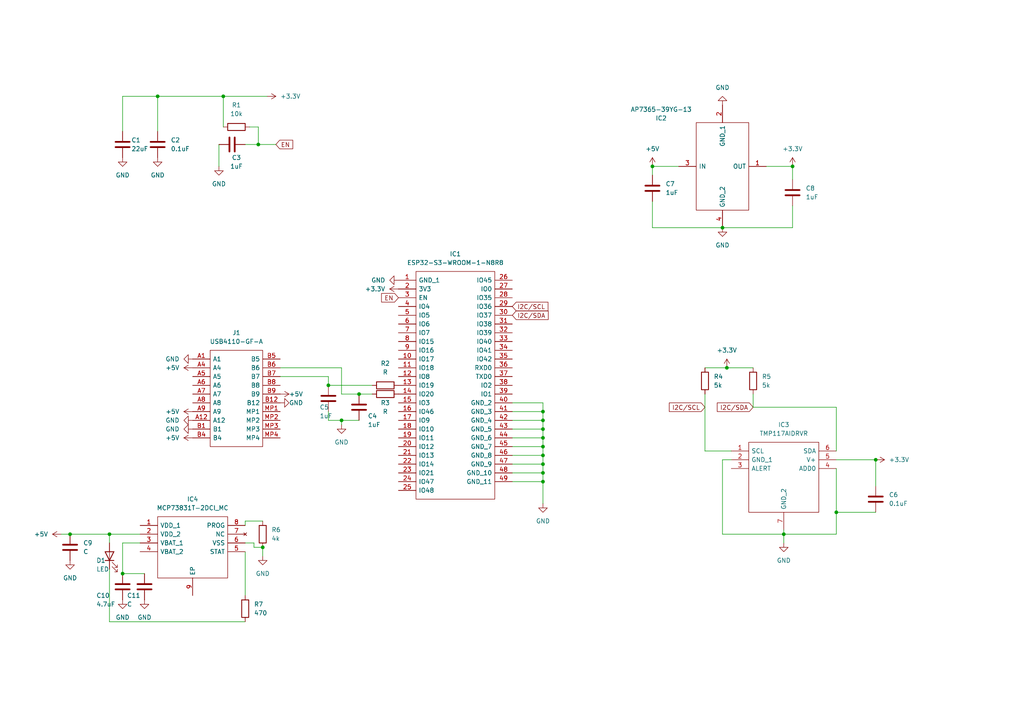
<source format=kicad_sch>
(kicad_sch (version 20230121) (generator eeschema)

  (uuid 93f65cbf-80ed-4279-89d3-036d3d07c863)

  (paper "A4")

  (lib_symbols
    (symbol "Device:C" (pin_numbers hide) (pin_names (offset 0.254)) (in_bom yes) (on_board yes)
      (property "Reference" "C" (at 0.635 2.54 0)
        (effects (font (size 1.27 1.27)) (justify left))
      )
      (property "Value" "C" (at 0.635 -2.54 0)
        (effects (font (size 1.27 1.27)) (justify left))
      )
      (property "Footprint" "" (at 0.9652 -3.81 0)
        (effects (font (size 1.27 1.27)) hide)
      )
      (property "Datasheet" "~" (at 0 0 0)
        (effects (font (size 1.27 1.27)) hide)
      )
      (property "ki_keywords" "cap capacitor" (at 0 0 0)
        (effects (font (size 1.27 1.27)) hide)
      )
      (property "ki_description" "Unpolarized capacitor" (at 0 0 0)
        (effects (font (size 1.27 1.27)) hide)
      )
      (property "ki_fp_filters" "C_*" (at 0 0 0)
        (effects (font (size 1.27 1.27)) hide)
      )
      (symbol "C_0_1"
        (polyline
          (pts
            (xy -2.032 -0.762)
            (xy 2.032 -0.762)
          )
          (stroke (width 0.508) (type default))
          (fill (type none))
        )
        (polyline
          (pts
            (xy -2.032 0.762)
            (xy 2.032 0.762)
          )
          (stroke (width 0.508) (type default))
          (fill (type none))
        )
      )
      (symbol "C_1_1"
        (pin passive line (at 0 3.81 270) (length 2.794)
          (name "~" (effects (font (size 1.27 1.27))))
          (number "1" (effects (font (size 1.27 1.27))))
        )
        (pin passive line (at 0 -3.81 90) (length 2.794)
          (name "~" (effects (font (size 1.27 1.27))))
          (number "2" (effects (font (size 1.27 1.27))))
        )
      )
    )
    (symbol "Device:LED" (pin_numbers hide) (pin_names (offset 1.016) hide) (in_bom yes) (on_board yes)
      (property "Reference" "D" (at 0 2.54 0)
        (effects (font (size 1.27 1.27)))
      )
      (property "Value" "LED" (at 0 -2.54 0)
        (effects (font (size 1.27 1.27)))
      )
      (property "Footprint" "" (at 0 0 0)
        (effects (font (size 1.27 1.27)) hide)
      )
      (property "Datasheet" "~" (at 0 0 0)
        (effects (font (size 1.27 1.27)) hide)
      )
      (property "ki_keywords" "LED diode" (at 0 0 0)
        (effects (font (size 1.27 1.27)) hide)
      )
      (property "ki_description" "Light emitting diode" (at 0 0 0)
        (effects (font (size 1.27 1.27)) hide)
      )
      (property "ki_fp_filters" "LED* LED_SMD:* LED_THT:*" (at 0 0 0)
        (effects (font (size 1.27 1.27)) hide)
      )
      (symbol "LED_0_1"
        (polyline
          (pts
            (xy -1.27 -1.27)
            (xy -1.27 1.27)
          )
          (stroke (width 0.254) (type default))
          (fill (type none))
        )
        (polyline
          (pts
            (xy -1.27 0)
            (xy 1.27 0)
          )
          (stroke (width 0) (type default))
          (fill (type none))
        )
        (polyline
          (pts
            (xy 1.27 -1.27)
            (xy 1.27 1.27)
            (xy -1.27 0)
            (xy 1.27 -1.27)
          )
          (stroke (width 0.254) (type default))
          (fill (type none))
        )
        (polyline
          (pts
            (xy -3.048 -0.762)
            (xy -4.572 -2.286)
            (xy -3.81 -2.286)
            (xy -4.572 -2.286)
            (xy -4.572 -1.524)
          )
          (stroke (width 0) (type default))
          (fill (type none))
        )
        (polyline
          (pts
            (xy -1.778 -0.762)
            (xy -3.302 -2.286)
            (xy -2.54 -2.286)
            (xy -3.302 -2.286)
            (xy -3.302 -1.524)
          )
          (stroke (width 0) (type default))
          (fill (type none))
        )
      )
      (symbol "LED_1_1"
        (pin passive line (at -3.81 0 0) (length 2.54)
          (name "K" (effects (font (size 1.27 1.27))))
          (number "1" (effects (font (size 1.27 1.27))))
        )
        (pin passive line (at 3.81 0 180) (length 2.54)
          (name "A" (effects (font (size 1.27 1.27))))
          (number "2" (effects (font (size 1.27 1.27))))
        )
      )
    )
    (symbol "Device:R" (pin_numbers hide) (pin_names (offset 0)) (in_bom yes) (on_board yes)
      (property "Reference" "R" (at 2.032 0 90)
        (effects (font (size 1.27 1.27)))
      )
      (property "Value" "R" (at 0 0 90)
        (effects (font (size 1.27 1.27)))
      )
      (property "Footprint" "" (at -1.778 0 90)
        (effects (font (size 1.27 1.27)) hide)
      )
      (property "Datasheet" "~" (at 0 0 0)
        (effects (font (size 1.27 1.27)) hide)
      )
      (property "ki_keywords" "R res resistor" (at 0 0 0)
        (effects (font (size 1.27 1.27)) hide)
      )
      (property "ki_description" "Resistor" (at 0 0 0)
        (effects (font (size 1.27 1.27)) hide)
      )
      (property "ki_fp_filters" "R_*" (at 0 0 0)
        (effects (font (size 1.27 1.27)) hide)
      )
      (symbol "R_0_1"
        (rectangle (start -1.016 -2.54) (end 1.016 2.54)
          (stroke (width 0.254) (type default))
          (fill (type none))
        )
      )
      (symbol "R_1_1"
        (pin passive line (at 0 3.81 270) (length 1.27)
          (name "~" (effects (font (size 1.27 1.27))))
          (number "1" (effects (font (size 1.27 1.27))))
        )
        (pin passive line (at 0 -3.81 90) (length 1.27)
          (name "~" (effects (font (size 1.27 1.27))))
          (number "2" (effects (font (size 1.27 1.27))))
        )
      )
    )
    (symbol "Lib:AP7365-39YG-13" (pin_names (offset 0.762)) (in_bom yes) (on_board yes)
      (property "Reference" "IC" (at 21.59 17.78 0)
        (effects (font (size 1.27 1.27)) (justify left))
      )
      (property "Value" "AP7365-39YG-13" (at 21.59 15.24 0)
        (effects (font (size 1.27 1.27)) (justify left))
      )
      (property "Footprint" "AP736539YG13" (at 21.59 12.7 0)
        (effects (font (size 1.27 1.27)) (justify left) hide)
      )
      (property "Datasheet" "https://datasheet.datasheetarchive.com/originals/distributors/Datasheets-DGA25/1800212.pdf" (at 21.59 10.16 0)
        (effects (font (size 1.27 1.27)) (justify left) hide)
      )
      (property "Description" "LDO Voltage Regulators LDO 3.9V OUT 600mA 35uA 2 to 6 Vin" (at 21.59 7.62 0)
        (effects (font (size 1.27 1.27)) (justify left) hide)
      )
      (property "Height" "1.6" (at 21.59 5.08 0)
        (effects (font (size 1.27 1.27)) (justify left) hide)
      )
      (property "Manufacturer_Name" "Diodes Inc." (at 21.59 2.54 0)
        (effects (font (size 1.27 1.27)) (justify left) hide)
      )
      (property "Manufacturer_Part_Number" "AP7365-39YG-13" (at 21.59 0 0)
        (effects (font (size 1.27 1.27)) (justify left) hide)
      )
      (property "Mouser Part Number" "621-AP7365-39YG-13" (at 21.59 -2.54 0)
        (effects (font (size 1.27 1.27)) (justify left) hide)
      )
      (property "Mouser Price/Stock" "https://www.mouser.co.uk/ProductDetail/Diodes-Incorporated/AP7365-39YG-13?qs=abZ1nkZpTuOrD1sL8LmjuA%3D%3D" (at 21.59 -5.08 0)
        (effects (font (size 1.27 1.27)) (justify left) hide)
      )
      (property "Arrow Part Number" "" (at 21.59 -7.62 0)
        (effects (font (size 1.27 1.27)) (justify left) hide)
      )
      (property "Arrow Price/Stock" "" (at 21.59 -10.16 0)
        (effects (font (size 1.27 1.27)) (justify left) hide)
      )
      (property "ki_description" "LDO Voltage Regulators LDO 3.9V OUT 600mA 35uA 2 to 6 Vin" (at 0 0 0)
        (effects (font (size 1.27 1.27)) hide)
      )
      (symbol "AP7365-39YG-13_0_0"
        (pin passive line (at 0 0 0) (length 5.08)
          (name "OUT" (effects (font (size 1.27 1.27))))
          (number "1" (effects (font (size 1.27 1.27))))
        )
        (pin passive line (at 12.7 -17.78 90) (length 5.08)
          (name "GND_1" (effects (font (size 1.27 1.27))))
          (number "2" (effects (font (size 1.27 1.27))))
        )
        (pin passive line (at 25.4 0 180) (length 5.08)
          (name "IN" (effects (font (size 1.27 1.27))))
          (number "3" (effects (font (size 1.27 1.27))))
        )
        (pin passive line (at 12.7 17.78 270) (length 5.08)
          (name "GND_2" (effects (font (size 1.27 1.27))))
          (number "4" (effects (font (size 1.27 1.27))))
        )
      )
      (symbol "AP7365-39YG-13_0_1"
        (polyline
          (pts
            (xy 5.08 12.7)
            (xy 20.32 12.7)
            (xy 20.32 -12.7)
            (xy 5.08 -12.7)
            (xy 5.08 12.7)
          )
          (stroke (width 0.1524) (type solid))
          (fill (type none))
        )
      )
    )
    (symbol "Lib:ESP32-S3-WROOM-1-N8R8" (pin_names (offset 0.762)) (in_bom yes) (on_board yes)
      (property "Reference" "IC" (at 29.21 7.62 0)
        (effects (font (size 1.27 1.27)) (justify left))
      )
      (property "Value" "ESP32-S3-WROOM-1-N8R8" (at 29.21 5.08 0)
        (effects (font (size 1.27 1.27)) (justify left))
      )
      (property "Footprint" "ESP32S3WROOM1N8R8" (at 29.21 2.54 0)
        (effects (font (size 1.27 1.27)) (justify left) hide)
      )
      (property "Datasheet" "https://www.espressif.com/sites/default/files/documentation/esp32-s3-wroom-1_wroom-1u_datasheet_en.pdf" (at 29.21 0 0)
        (effects (font (size 1.27 1.27)) (justify left) hide)
      )
      (property "Description" "WiFi Modules - 802.11 (Engineering Samples Only) SMD Module, ESP32-S3R8 with 8 MB Octal PSRAM Die, 8 MB Quad SPI flash, PCB Antenna" (at 29.21 -2.54 0)
        (effects (font (size 1.27 1.27)) (justify left) hide)
      )
      (property "Height" "3.25" (at 29.21 -5.08 0)
        (effects (font (size 1.27 1.27)) (justify left) hide)
      )
      (property "Manufacturer_Name" "Espressif Systems" (at 29.21 -7.62 0)
        (effects (font (size 1.27 1.27)) (justify left) hide)
      )
      (property "Manufacturer_Part_Number" "ESP32-S3-WROOM-1-N8R8" (at 29.21 -10.16 0)
        (effects (font (size 1.27 1.27)) (justify left) hide)
      )
      (property "Mouser Part Number" "356-EP32S3WROOM1N8R8" (at 29.21 -12.7 0)
        (effects (font (size 1.27 1.27)) (justify left) hide)
      )
      (property "Mouser Price/Stock" "https://www.mouser.co.uk/ProductDetail/Espressif-Systems/ESP32-S3-WROOM-1-N8R8?qs=7D1LtPJG0i3%2F28hKFavOpQ%3D%3D" (at 29.21 -15.24 0)
        (effects (font (size 1.27 1.27)) (justify left) hide)
      )
      (property "Arrow Part Number" "" (at 29.21 -17.78 0)
        (effects (font (size 1.27 1.27)) (justify left) hide)
      )
      (property "Arrow Price/Stock" "" (at 29.21 -20.32 0)
        (effects (font (size 1.27 1.27)) (justify left) hide)
      )
      (property "ki_description" "WiFi Modules - 802.11 (Engineering Samples Only) SMD Module, ESP32-S3R8 with 8 MB Octal PSRAM Die, 8 MB Quad SPI flash, PCB Antenna" (at 0 0 0)
        (effects (font (size 1.27 1.27)) hide)
      )
      (symbol "ESP32-S3-WROOM-1-N8R8_0_0"
        (pin passive line (at 0 0 0) (length 5.08)
          (name "GND_1" (effects (font (size 1.27 1.27))))
          (number "1" (effects (font (size 1.27 1.27))))
        )
        (pin passive line (at 0 -22.86 0) (length 5.08)
          (name "IO17" (effects (font (size 1.27 1.27))))
          (number "10" (effects (font (size 1.27 1.27))))
        )
        (pin passive line (at 0 -25.4 0) (length 5.08)
          (name "IO18" (effects (font (size 1.27 1.27))))
          (number "11" (effects (font (size 1.27 1.27))))
        )
        (pin passive line (at 0 -27.94 0) (length 5.08)
          (name "IO8" (effects (font (size 1.27 1.27))))
          (number "12" (effects (font (size 1.27 1.27))))
        )
        (pin passive line (at 0 -30.48 0) (length 5.08)
          (name "IO19" (effects (font (size 1.27 1.27))))
          (number "13" (effects (font (size 1.27 1.27))))
        )
        (pin passive line (at 0 -33.02 0) (length 5.08)
          (name "IO20" (effects (font (size 1.27 1.27))))
          (number "14" (effects (font (size 1.27 1.27))))
        )
        (pin passive line (at 0 -35.56 0) (length 5.08)
          (name "IO3" (effects (font (size 1.27 1.27))))
          (number "15" (effects (font (size 1.27 1.27))))
        )
        (pin passive line (at 0 -38.1 0) (length 5.08)
          (name "IO46" (effects (font (size 1.27 1.27))))
          (number "16" (effects (font (size 1.27 1.27))))
        )
        (pin passive line (at 0 -40.64 0) (length 5.08)
          (name "IO9" (effects (font (size 1.27 1.27))))
          (number "17" (effects (font (size 1.27 1.27))))
        )
        (pin passive line (at 0 -43.18 0) (length 5.08)
          (name "IO10" (effects (font (size 1.27 1.27))))
          (number "18" (effects (font (size 1.27 1.27))))
        )
        (pin passive line (at 0 -45.72 0) (length 5.08)
          (name "IO11" (effects (font (size 1.27 1.27))))
          (number "19" (effects (font (size 1.27 1.27))))
        )
        (pin passive line (at 0 -2.54 0) (length 5.08)
          (name "3V3" (effects (font (size 1.27 1.27))))
          (number "2" (effects (font (size 1.27 1.27))))
        )
        (pin passive line (at 0 -48.26 0) (length 5.08)
          (name "IO12" (effects (font (size 1.27 1.27))))
          (number "20" (effects (font (size 1.27 1.27))))
        )
        (pin passive line (at 0 -50.8 0) (length 5.08)
          (name "IO13" (effects (font (size 1.27 1.27))))
          (number "21" (effects (font (size 1.27 1.27))))
        )
        (pin passive line (at 0 -53.34 0) (length 5.08)
          (name "IO14" (effects (font (size 1.27 1.27))))
          (number "22" (effects (font (size 1.27 1.27))))
        )
        (pin passive line (at 0 -55.88 0) (length 5.08)
          (name "IO21" (effects (font (size 1.27 1.27))))
          (number "23" (effects (font (size 1.27 1.27))))
        )
        (pin passive line (at 0 -58.42 0) (length 5.08)
          (name "IO47" (effects (font (size 1.27 1.27))))
          (number "24" (effects (font (size 1.27 1.27))))
        )
        (pin passive line (at 0 -60.96 0) (length 5.08)
          (name "IO48" (effects (font (size 1.27 1.27))))
          (number "25" (effects (font (size 1.27 1.27))))
        )
        (pin passive line (at 33.02 0 180) (length 5.08)
          (name "IO45" (effects (font (size 1.27 1.27))))
          (number "26" (effects (font (size 1.27 1.27))))
        )
        (pin passive line (at 33.02 -2.54 180) (length 5.08)
          (name "IO0" (effects (font (size 1.27 1.27))))
          (number "27" (effects (font (size 1.27 1.27))))
        )
        (pin passive line (at 33.02 -5.08 180) (length 5.08)
          (name "IO35" (effects (font (size 1.27 1.27))))
          (number "28" (effects (font (size 1.27 1.27))))
        )
        (pin passive line (at 33.02 -7.62 180) (length 5.08)
          (name "IO36" (effects (font (size 1.27 1.27))))
          (number "29" (effects (font (size 1.27 1.27))))
        )
        (pin passive line (at 0 -5.08 0) (length 5.08)
          (name "EN" (effects (font (size 1.27 1.27))))
          (number "3" (effects (font (size 1.27 1.27))))
        )
        (pin passive line (at 33.02 -10.16 180) (length 5.08)
          (name "IO37" (effects (font (size 1.27 1.27))))
          (number "30" (effects (font (size 1.27 1.27))))
        )
        (pin passive line (at 33.02 -12.7 180) (length 5.08)
          (name "IO38" (effects (font (size 1.27 1.27))))
          (number "31" (effects (font (size 1.27 1.27))))
        )
        (pin passive line (at 33.02 -15.24 180) (length 5.08)
          (name "IO39" (effects (font (size 1.27 1.27))))
          (number "32" (effects (font (size 1.27 1.27))))
        )
        (pin passive line (at 33.02 -17.78 180) (length 5.08)
          (name "IO40" (effects (font (size 1.27 1.27))))
          (number "33" (effects (font (size 1.27 1.27))))
        )
        (pin passive line (at 33.02 -20.32 180) (length 5.08)
          (name "IO41" (effects (font (size 1.27 1.27))))
          (number "34" (effects (font (size 1.27 1.27))))
        )
        (pin passive line (at 33.02 -22.86 180) (length 5.08)
          (name "IO42" (effects (font (size 1.27 1.27))))
          (number "35" (effects (font (size 1.27 1.27))))
        )
        (pin passive line (at 33.02 -25.4 180) (length 5.08)
          (name "RXD0" (effects (font (size 1.27 1.27))))
          (number "36" (effects (font (size 1.27 1.27))))
        )
        (pin passive line (at 33.02 -27.94 180) (length 5.08)
          (name "TXD0" (effects (font (size 1.27 1.27))))
          (number "37" (effects (font (size 1.27 1.27))))
        )
        (pin passive line (at 33.02 -30.48 180) (length 5.08)
          (name "IO2" (effects (font (size 1.27 1.27))))
          (number "38" (effects (font (size 1.27 1.27))))
        )
        (pin passive line (at 33.02 -33.02 180) (length 5.08)
          (name "IO1" (effects (font (size 1.27 1.27))))
          (number "39" (effects (font (size 1.27 1.27))))
        )
        (pin passive line (at 0 -7.62 0) (length 5.08)
          (name "IO4" (effects (font (size 1.27 1.27))))
          (number "4" (effects (font (size 1.27 1.27))))
        )
        (pin passive line (at 33.02 -35.56 180) (length 5.08)
          (name "GND_2" (effects (font (size 1.27 1.27))))
          (number "40" (effects (font (size 1.27 1.27))))
        )
        (pin passive line (at 33.02 -38.1 180) (length 5.08)
          (name "GND_3" (effects (font (size 1.27 1.27))))
          (number "41" (effects (font (size 1.27 1.27))))
        )
        (pin passive line (at 33.02 -40.64 180) (length 5.08)
          (name "GND_4" (effects (font (size 1.27 1.27))))
          (number "42" (effects (font (size 1.27 1.27))))
        )
        (pin passive line (at 33.02 -43.18 180) (length 5.08)
          (name "GND_5" (effects (font (size 1.27 1.27))))
          (number "43" (effects (font (size 1.27 1.27))))
        )
        (pin passive line (at 33.02 -45.72 180) (length 5.08)
          (name "GND_6" (effects (font (size 1.27 1.27))))
          (number "44" (effects (font (size 1.27 1.27))))
        )
        (pin passive line (at 33.02 -48.26 180) (length 5.08)
          (name "GND_7" (effects (font (size 1.27 1.27))))
          (number "45" (effects (font (size 1.27 1.27))))
        )
        (pin passive line (at 33.02 -50.8 180) (length 5.08)
          (name "GND_8" (effects (font (size 1.27 1.27))))
          (number "46" (effects (font (size 1.27 1.27))))
        )
        (pin passive line (at 33.02 -53.34 180) (length 5.08)
          (name "GND_9" (effects (font (size 1.27 1.27))))
          (number "47" (effects (font (size 1.27 1.27))))
        )
        (pin passive line (at 33.02 -55.88 180) (length 5.08)
          (name "GND_10" (effects (font (size 1.27 1.27))))
          (number "48" (effects (font (size 1.27 1.27))))
        )
        (pin passive line (at 33.02 -58.42 180) (length 5.08)
          (name "GND_11" (effects (font (size 1.27 1.27))))
          (number "49" (effects (font (size 1.27 1.27))))
        )
        (pin passive line (at 0 -10.16 0) (length 5.08)
          (name "IO5" (effects (font (size 1.27 1.27))))
          (number "5" (effects (font (size 1.27 1.27))))
        )
        (pin passive line (at 0 -12.7 0) (length 5.08)
          (name "IO6" (effects (font (size 1.27 1.27))))
          (number "6" (effects (font (size 1.27 1.27))))
        )
        (pin passive line (at 0 -15.24 0) (length 5.08)
          (name "IO7" (effects (font (size 1.27 1.27))))
          (number "7" (effects (font (size 1.27 1.27))))
        )
        (pin passive line (at 0 -17.78 0) (length 5.08)
          (name "IO15" (effects (font (size 1.27 1.27))))
          (number "8" (effects (font (size 1.27 1.27))))
        )
        (pin passive line (at 0 -20.32 0) (length 5.08)
          (name "IO16" (effects (font (size 1.27 1.27))))
          (number "9" (effects (font (size 1.27 1.27))))
        )
      )
      (symbol "ESP32-S3-WROOM-1-N8R8_0_1"
        (polyline
          (pts
            (xy 5.08 2.54)
            (xy 27.94 2.54)
            (xy 27.94 -63.5)
            (xy 5.08 -63.5)
            (xy 5.08 2.54)
          )
          (stroke (width 0.1524) (type solid))
          (fill (type none))
        )
      )
    )
    (symbol "Lib:MCP73831T-2DCI_MC" (pin_names (offset 0.762)) (in_bom yes) (on_board yes)
      (property "Reference" "IC" (at 26.67 7.62 0)
        (effects (font (size 1.27 1.27)) (justify left))
      )
      (property "Value" "MCP73831T-2DCI_MC" (at 26.67 5.08 0)
        (effects (font (size 1.27 1.27)) (justify left))
      )
      (property "Footprint" "SON50P300X200X100-9N-D" (at 26.67 2.54 0)
        (effects (font (size 1.27 1.27)) (justify left) hide)
      )
      (property "Datasheet" "https://ww1.microchip.com/downloads/en/DeviceDoc/MCP73831-Family-Data-Sheet-DS20001984H.pdf" (at 26.67 0 0)
        (effects (font (size 1.27 1.27)) (justify left) hide)
      )
      (property "Description" "Battery Management Charge mgnt contr" (at 26.67 -2.54 0)
        (effects (font (size 1.27 1.27)) (justify left) hide)
      )
      (property "Height" "1" (at 26.67 -5.08 0)
        (effects (font (size 1.27 1.27)) (justify left) hide)
      )
      (property "Manufacturer_Name" "Microchip" (at 26.67 -7.62 0)
        (effects (font (size 1.27 1.27)) (justify left) hide)
      )
      (property "Manufacturer_Part_Number" "MCP73831T-2DCI/MC" (at 26.67 -10.16 0)
        (effects (font (size 1.27 1.27)) (justify left) hide)
      )
      (property "Mouser Part Number" "579-MCP73831T-2DCIMC" (at 26.67 -12.7 0)
        (effects (font (size 1.27 1.27)) (justify left) hide)
      )
      (property "Mouser Price/Stock" "https://www.mouser.co.uk/ProductDetail/Microchip-Technology/MCP73831T-2DCI-MC?qs=yUQqVecv4quLSAZc9rHezQ%3D%3D" (at 26.67 -15.24 0)
        (effects (font (size 1.27 1.27)) (justify left) hide)
      )
      (property "Arrow Part Number" "MCP73831T-2DCI/MC" (at 26.67 -17.78 0)
        (effects (font (size 1.27 1.27)) (justify left) hide)
      )
      (property "Arrow Price/Stock" "https://www.arrow.com/en/products/mcp73831t-2dcimc/microchip-technology?region=nac" (at 26.67 -20.32 0)
        (effects (font (size 1.27 1.27)) (justify left) hide)
      )
      (property "ki_description" "Battery Management Charge mgnt contr" (at 0 0 0)
        (effects (font (size 1.27 1.27)) hide)
      )
      (symbol "MCP73831T-2DCI_MC_0_0"
        (pin passive line (at 0 0 0) (length 5.08)
          (name "VDD_1" (effects (font (size 1.27 1.27))))
          (number "1" (effects (font (size 1.27 1.27))))
        )
        (pin passive line (at 0 -2.54 0) (length 5.08)
          (name "VDD_2" (effects (font (size 1.27 1.27))))
          (number "2" (effects (font (size 1.27 1.27))))
        )
        (pin passive line (at 0 -5.08 0) (length 5.08)
          (name "VBAT_1" (effects (font (size 1.27 1.27))))
          (number "3" (effects (font (size 1.27 1.27))))
        )
        (pin passive line (at 0 -7.62 0) (length 5.08)
          (name "VBAT_2" (effects (font (size 1.27 1.27))))
          (number "4" (effects (font (size 1.27 1.27))))
        )
        (pin passive line (at 30.48 -7.62 180) (length 5.08)
          (name "STAT" (effects (font (size 1.27 1.27))))
          (number "5" (effects (font (size 1.27 1.27))))
        )
        (pin passive line (at 30.48 -5.08 180) (length 5.08)
          (name "VSS" (effects (font (size 1.27 1.27))))
          (number "6" (effects (font (size 1.27 1.27))))
        )
        (pin no_connect line (at 30.48 -2.54 180) (length 5.08)
          (name "NC" (effects (font (size 1.27 1.27))))
          (number "7" (effects (font (size 1.27 1.27))))
        )
        (pin passive line (at 30.48 0 180) (length 5.08)
          (name "PROG" (effects (font (size 1.27 1.27))))
          (number "8" (effects (font (size 1.27 1.27))))
        )
        (pin passive line (at 15.24 -20.32 90) (length 5.08)
          (name "EP" (effects (font (size 1.27 1.27))))
          (number "9" (effects (font (size 1.27 1.27))))
        )
      )
      (symbol "MCP73831T-2DCI_MC_0_1"
        (polyline
          (pts
            (xy 5.08 2.54)
            (xy 25.4 2.54)
            (xy 25.4 -15.24)
            (xy 5.08 -15.24)
            (xy 5.08 2.54)
          )
          (stroke (width 0.1524) (type solid))
          (fill (type none))
        )
      )
    )
    (symbol "Lib:TMP117AIDRVR" (pin_names (offset 0.762)) (in_bom yes) (on_board yes)
      (property "Reference" "IC" (at 26.67 7.62 0)
        (effects (font (size 1.27 1.27)) (justify left))
      )
      (property "Value" "TMP117AIDRVR" (at 26.67 5.08 0)
        (effects (font (size 1.27 1.27)) (justify left))
      )
      (property "Footprint" "SON65P200X200X80-7N" (at 26.67 2.54 0)
        (effects (font (size 1.27 1.27)) (justify left) hide)
      )
      (property "Datasheet" "http://www.ti.com/lit/gpn/tmp117" (at 26.67 0 0)
        (effects (font (size 1.27 1.27)) (justify left) hide)
      )
      (property "Description" "+/-0.1C Accurate Digital Temperature Sensor with Integrated NV Memory" (at 26.67 -2.54 0)
        (effects (font (size 1.27 1.27)) (justify left) hide)
      )
      (property "Height" "0.8" (at 26.67 -5.08 0)
        (effects (font (size 1.27 1.27)) (justify left) hide)
      )
      (property "Manufacturer_Name" "Texas Instruments" (at 26.67 -7.62 0)
        (effects (font (size 1.27 1.27)) (justify left) hide)
      )
      (property "Manufacturer_Part_Number" "TMP117AIDRVR" (at 26.67 -10.16 0)
        (effects (font (size 1.27 1.27)) (justify left) hide)
      )
      (property "Mouser Part Number" "595-TMP117AIDRVR" (at 26.67 -12.7 0)
        (effects (font (size 1.27 1.27)) (justify left) hide)
      )
      (property "Mouser Price/Stock" "https://www.mouser.co.uk/ProductDetail/Texas-Instruments/TMP117AIDRVR?qs=qSfuJ%252Bfl%2Fd6nh9h5HydMXQ%3D%3D" (at 26.67 -15.24 0)
        (effects (font (size 1.27 1.27)) (justify left) hide)
      )
      (property "Arrow Part Number" "TMP117AIDRVR" (at 26.67 -17.78 0)
        (effects (font (size 1.27 1.27)) (justify left) hide)
      )
      (property "Arrow Price/Stock" "https://www.arrow.com/en/products/tmp117aidrvr/texas-instruments?region=nac" (at 26.67 -20.32 0)
        (effects (font (size 1.27 1.27)) (justify left) hide)
      )
      (property "ki_description" "+/-0.1C Accurate Digital Temperature Sensor with Integrated NV Memory" (at 0 0 0)
        (effects (font (size 1.27 1.27)) hide)
      )
      (symbol "TMP117AIDRVR_0_0"
        (pin passive line (at 0 0 0) (length 5.08)
          (name "SCL" (effects (font (size 1.27 1.27))))
          (number "1" (effects (font (size 1.27 1.27))))
        )
        (pin passive line (at 0 -2.54 0) (length 5.08)
          (name "GND_1" (effects (font (size 1.27 1.27))))
          (number "2" (effects (font (size 1.27 1.27))))
        )
        (pin passive line (at 0 -5.08 0) (length 5.08)
          (name "ALERT" (effects (font (size 1.27 1.27))))
          (number "3" (effects (font (size 1.27 1.27))))
        )
        (pin passive line (at 30.48 -5.08 180) (length 5.08)
          (name "ADD0" (effects (font (size 1.27 1.27))))
          (number "4" (effects (font (size 1.27 1.27))))
        )
        (pin passive line (at 30.48 -2.54 180) (length 5.08)
          (name "V+" (effects (font (size 1.27 1.27))))
          (number "5" (effects (font (size 1.27 1.27))))
        )
        (pin passive line (at 30.48 0 180) (length 5.08)
          (name "SDA" (effects (font (size 1.27 1.27))))
          (number "6" (effects (font (size 1.27 1.27))))
        )
        (pin passive line (at 15.24 -22.86 90) (length 5.08)
          (name "GND_2" (effects (font (size 1.27 1.27))))
          (number "7" (effects (font (size 1.27 1.27))))
        )
      )
      (symbol "TMP117AIDRVR_0_1"
        (polyline
          (pts
            (xy 5.08 2.54)
            (xy 25.4 2.54)
            (xy 25.4 -17.78)
            (xy 5.08 -17.78)
            (xy 5.08 2.54)
          )
          (stroke (width 0.1524) (type solid))
          (fill (type none))
        )
      )
    )
    (symbol "Lib:USB4110-GF-A" (pin_names (offset 0.762)) (in_bom yes) (on_board yes)
      (property "Reference" "J" (at 21.59 7.62 0)
        (effects (font (size 1.27 1.27)) (justify left))
      )
      (property "Value" "USB4110-GF-A" (at 21.59 5.08 0)
        (effects (font (size 1.27 1.27)) (justify left))
      )
      (property "Footprint" "USB4110GFA" (at 21.59 2.54 0)
        (effects (font (size 1.27 1.27)) (justify left) hide)
      )
      (property "Datasheet" "https://gct.co/files/drawings/usb4110.pdf" (at 21.59 0 0)
        (effects (font (size 1.27 1.27)) (justify left) hide)
      )
      (property "Description" "CONN USB 2.0 TYPE-C R/A SMT" (at 21.59 -2.54 0)
        (effects (font (size 1.27 1.27)) (justify left) hide)
      )
      (property "Height" "3.26" (at 21.59 -5.08 0)
        (effects (font (size 1.27 1.27)) (justify left) hide)
      )
      (property "Manufacturer_Name" "GCT (GLOBAL CONNECTOR TECHNOLOGY)" (at 21.59 -7.62 0)
        (effects (font (size 1.27 1.27)) (justify left) hide)
      )
      (property "Manufacturer_Part_Number" "USB4110-GF-A" (at 21.59 -10.16 0)
        (effects (font (size 1.27 1.27)) (justify left) hide)
      )
      (property "Mouser Part Number" "640-USB4110-GF-A" (at 21.59 -12.7 0)
        (effects (font (size 1.27 1.27)) (justify left) hide)
      )
      (property "Mouser Price/Stock" "https://www.mouser.co.uk/ProductDetail/GCT/USB4110-GF-A?qs=KUoIvG%2F9IlYiZvIXQjyJeA%3D%3D" (at 21.59 -15.24 0)
        (effects (font (size 1.27 1.27)) (justify left) hide)
      )
      (property "Arrow Part Number" "" (at 21.59 -17.78 0)
        (effects (font (size 1.27 1.27)) (justify left) hide)
      )
      (property "Arrow Price/Stock" "" (at 21.59 -20.32 0)
        (effects (font (size 1.27 1.27)) (justify left) hide)
      )
      (property "ki_description" "CONN USB 2.0 TYPE-C R/A SMT" (at 0 0 0)
        (effects (font (size 1.27 1.27)) hide)
      )
      (symbol "USB4110-GF-A_0_0"
        (pin passive line (at 0 0 0) (length 5.08)
          (name "A1" (effects (font (size 1.27 1.27))))
          (number "A1" (effects (font (size 1.27 1.27))))
        )
        (pin passive line (at 0 -17.78 0) (length 5.08)
          (name "A12" (effects (font (size 1.27 1.27))))
          (number "A12" (effects (font (size 1.27 1.27))))
        )
        (pin passive line (at 0 -2.54 0) (length 5.08)
          (name "A4" (effects (font (size 1.27 1.27))))
          (number "A4" (effects (font (size 1.27 1.27))))
        )
        (pin passive line (at 0 -5.08 0) (length 5.08)
          (name "A5" (effects (font (size 1.27 1.27))))
          (number "A5" (effects (font (size 1.27 1.27))))
        )
        (pin passive line (at 0 -7.62 0) (length 5.08)
          (name "A6" (effects (font (size 1.27 1.27))))
          (number "A6" (effects (font (size 1.27 1.27))))
        )
        (pin passive line (at 0 -10.16 0) (length 5.08)
          (name "A7" (effects (font (size 1.27 1.27))))
          (number "A7" (effects (font (size 1.27 1.27))))
        )
        (pin passive line (at 0 -12.7 0) (length 5.08)
          (name "A8" (effects (font (size 1.27 1.27))))
          (number "A8" (effects (font (size 1.27 1.27))))
        )
        (pin passive line (at 0 -15.24 0) (length 5.08)
          (name "A9" (effects (font (size 1.27 1.27))))
          (number "A9" (effects (font (size 1.27 1.27))))
        )
        (pin passive line (at 0 -20.32 0) (length 5.08)
          (name "B1" (effects (font (size 1.27 1.27))))
          (number "B1" (effects (font (size 1.27 1.27))))
        )
        (pin passive line (at 25.4 -12.7 180) (length 5.08)
          (name "B12" (effects (font (size 1.27 1.27))))
          (number "B12" (effects (font (size 1.27 1.27))))
        )
        (pin passive line (at 0 -22.86 0) (length 5.08)
          (name "B4" (effects (font (size 1.27 1.27))))
          (number "B4" (effects (font (size 1.27 1.27))))
        )
        (pin passive line (at 25.4 0 180) (length 5.08)
          (name "B5" (effects (font (size 1.27 1.27))))
          (number "B5" (effects (font (size 1.27 1.27))))
        )
        (pin passive line (at 25.4 -2.54 180) (length 5.08)
          (name "B6" (effects (font (size 1.27 1.27))))
          (number "B6" (effects (font (size 1.27 1.27))))
        )
        (pin passive line (at 25.4 -5.08 180) (length 5.08)
          (name "B7" (effects (font (size 1.27 1.27))))
          (number "B7" (effects (font (size 1.27 1.27))))
        )
        (pin passive line (at 25.4 -7.62 180) (length 5.08)
          (name "B8" (effects (font (size 1.27 1.27))))
          (number "B8" (effects (font (size 1.27 1.27))))
        )
        (pin passive line (at 25.4 -10.16 180) (length 5.08)
          (name "B9" (effects (font (size 1.27 1.27))))
          (number "B9" (effects (font (size 1.27 1.27))))
        )
        (pin passive line (at 25.4 -15.24 180) (length 5.08)
          (name "MP1" (effects (font (size 1.27 1.27))))
          (number "MP1" (effects (font (size 1.27 1.27))))
        )
        (pin passive line (at 25.4 -17.78 180) (length 5.08)
          (name "MP2" (effects (font (size 1.27 1.27))))
          (number "MP2" (effects (font (size 1.27 1.27))))
        )
        (pin passive line (at 25.4 -20.32 180) (length 5.08)
          (name "MP3" (effects (font (size 1.27 1.27))))
          (number "MP3" (effects (font (size 1.27 1.27))))
        )
        (pin passive line (at 25.4 -22.86 180) (length 5.08)
          (name "MP4" (effects (font (size 1.27 1.27))))
          (number "MP4" (effects (font (size 1.27 1.27))))
        )
      )
      (symbol "USB4110-GF-A_0_1"
        (polyline
          (pts
            (xy 5.08 2.54)
            (xy 20.32 2.54)
            (xy 20.32 -25.4)
            (xy 5.08 -25.4)
            (xy 5.08 2.54)
          )
          (stroke (width 0.1524) (type solid))
          (fill (type none))
        )
      )
    )
    (symbol "power:+3.3V" (power) (pin_names (offset 0)) (in_bom yes) (on_board yes)
      (property "Reference" "#PWR" (at 0 -3.81 0)
        (effects (font (size 1.27 1.27)) hide)
      )
      (property "Value" "+3.3V" (at 0 3.556 0)
        (effects (font (size 1.27 1.27)))
      )
      (property "Footprint" "" (at 0 0 0)
        (effects (font (size 1.27 1.27)) hide)
      )
      (property "Datasheet" "" (at 0 0 0)
        (effects (font (size 1.27 1.27)) hide)
      )
      (property "ki_keywords" "global power" (at 0 0 0)
        (effects (font (size 1.27 1.27)) hide)
      )
      (property "ki_description" "Power symbol creates a global label with name \"+3.3V\"" (at 0 0 0)
        (effects (font (size 1.27 1.27)) hide)
      )
      (symbol "+3.3V_0_1"
        (polyline
          (pts
            (xy -0.762 1.27)
            (xy 0 2.54)
          )
          (stroke (width 0) (type default))
          (fill (type none))
        )
        (polyline
          (pts
            (xy 0 0)
            (xy 0 2.54)
          )
          (stroke (width 0) (type default))
          (fill (type none))
        )
        (polyline
          (pts
            (xy 0 2.54)
            (xy 0.762 1.27)
          )
          (stroke (width 0) (type default))
          (fill (type none))
        )
      )
      (symbol "+3.3V_1_1"
        (pin power_in line (at 0 0 90) (length 0) hide
          (name "+3.3V" (effects (font (size 1.27 1.27))))
          (number "1" (effects (font (size 1.27 1.27))))
        )
      )
    )
    (symbol "power:+5V" (power) (pin_names (offset 0)) (in_bom yes) (on_board yes)
      (property "Reference" "#PWR" (at 0 -3.81 0)
        (effects (font (size 1.27 1.27)) hide)
      )
      (property "Value" "+5V" (at 0 3.556 0)
        (effects (font (size 1.27 1.27)))
      )
      (property "Footprint" "" (at 0 0 0)
        (effects (font (size 1.27 1.27)) hide)
      )
      (property "Datasheet" "" (at 0 0 0)
        (effects (font (size 1.27 1.27)) hide)
      )
      (property "ki_keywords" "global power" (at 0 0 0)
        (effects (font (size 1.27 1.27)) hide)
      )
      (property "ki_description" "Power symbol creates a global label with name \"+5V\"" (at 0 0 0)
        (effects (font (size 1.27 1.27)) hide)
      )
      (symbol "+5V_0_1"
        (polyline
          (pts
            (xy -0.762 1.27)
            (xy 0 2.54)
          )
          (stroke (width 0) (type default))
          (fill (type none))
        )
        (polyline
          (pts
            (xy 0 0)
            (xy 0 2.54)
          )
          (stroke (width 0) (type default))
          (fill (type none))
        )
        (polyline
          (pts
            (xy 0 2.54)
            (xy 0.762 1.27)
          )
          (stroke (width 0) (type default))
          (fill (type none))
        )
      )
      (symbol "+5V_1_1"
        (pin power_in line (at 0 0 90) (length 0) hide
          (name "+5V" (effects (font (size 1.27 1.27))))
          (number "1" (effects (font (size 1.27 1.27))))
        )
      )
    )
    (symbol "power:GND" (power) (pin_names (offset 0)) (in_bom yes) (on_board yes)
      (property "Reference" "#PWR" (at 0 -6.35 0)
        (effects (font (size 1.27 1.27)) hide)
      )
      (property "Value" "GND" (at 0 -3.81 0)
        (effects (font (size 1.27 1.27)))
      )
      (property "Footprint" "" (at 0 0 0)
        (effects (font (size 1.27 1.27)) hide)
      )
      (property "Datasheet" "" (at 0 0 0)
        (effects (font (size 1.27 1.27)) hide)
      )
      (property "ki_keywords" "global power" (at 0 0 0)
        (effects (font (size 1.27 1.27)) hide)
      )
      (property "ki_description" "Power symbol creates a global label with name \"GND\" , ground" (at 0 0 0)
        (effects (font (size 1.27 1.27)) hide)
      )
      (symbol "GND_0_1"
        (polyline
          (pts
            (xy 0 0)
            (xy 0 -1.27)
            (xy 1.27 -1.27)
            (xy 0 -2.54)
            (xy -1.27 -1.27)
            (xy 0 -1.27)
          )
          (stroke (width 0) (type default))
          (fill (type none))
        )
      )
      (symbol "GND_1_1"
        (pin power_in line (at 0 0 270) (length 0) hide
          (name "GND" (effects (font (size 1.27 1.27))))
          (number "1" (effects (font (size 1.27 1.27))))
        )
      )
    )
  )

  (junction (at 254 133.35) (diameter 0) (color 0 0 0 0)
    (uuid 023716b8-f814-4fec-afd5-64d7955dea87)
  )
  (junction (at 76.2 158.75) (diameter 0) (color 0 0 0 0)
    (uuid 0ecd168a-c5b9-4f5b-af87-0e1a14cdeb67)
  )
  (junction (at 229.87 48.26) (diameter 0) (color 0 0 0 0)
    (uuid 2147ee4d-00bc-4312-9225-566992b18f9e)
  )
  (junction (at 64.77 27.94) (diameter 0) (color 0 0 0 0)
    (uuid 2279d93b-5d23-46b5-91b6-730e4bac7a05)
  )
  (junction (at 99.06 121.92) (diameter 0) (color 0 0 0 0)
    (uuid 43518226-961d-422b-a572-17e6de03ce10)
  )
  (junction (at 31.75 154.94) (diameter 0) (color 0 0 0 0)
    (uuid 48133b7f-4f4f-470b-835c-98c4feaebe83)
  )
  (junction (at 74.93 41.91) (diameter 0) (color 0 0 0 0)
    (uuid 4e7b6004-967a-4ac1-ab0b-80cdf0be1842)
  )
  (junction (at 157.48 132.08) (diameter 0) (color 0 0 0 0)
    (uuid 52ecb274-f89e-4516-8e36-6cf9c4d73766)
  )
  (junction (at 157.48 129.54) (diameter 0) (color 0 0 0 0)
    (uuid 56ba4ca0-3ec3-416f-ba53-0ba29bdf6b5f)
  )
  (junction (at 157.48 134.62) (diameter 0) (color 0 0 0 0)
    (uuid 5df81bdf-d582-4bc6-8d6b-13d3701eef05)
  )
  (junction (at 104.14 114.3) (diameter 0) (color 0 0 0 0)
    (uuid 5f5e74c8-ac8d-4628-b886-7cecd3ffec05)
  )
  (junction (at 189.23 48.26) (diameter 0) (color 0 0 0 0)
    (uuid 60cf69e6-7f3e-4481-bc81-3c9aefe6eee7)
  )
  (junction (at 157.48 119.38) (diameter 0) (color 0 0 0 0)
    (uuid 700c3c04-a8b8-4aa5-8a23-1440b4e716cf)
  )
  (junction (at 45.72 27.94) (diameter 0) (color 0 0 0 0)
    (uuid 7ded534e-1f59-4688-902c-f3e31937abf4)
  )
  (junction (at 242.57 148.59) (diameter 0) (color 0 0 0 0)
    (uuid 9286d16e-b940-478a-b1c6-7ef5aa8faa89)
  )
  (junction (at 95.25 111.76) (diameter 0) (color 0 0 0 0)
    (uuid 953c4706-1755-4891-84aa-6611e3732d8a)
  )
  (junction (at 209.55 66.04) (diameter 0) (color 0 0 0 0)
    (uuid 9af0a5f4-7f5f-4d41-87bc-b3f571eb76a5)
  )
  (junction (at 157.48 127) (diameter 0) (color 0 0 0 0)
    (uuid a588a44d-dd97-44ff-b8c7-6ee0e436ac32)
  )
  (junction (at 20.32 154.94) (diameter 0) (color 0 0 0 0)
    (uuid ba1278b3-3e90-4949-9278-96a17b4fbbee)
  )
  (junction (at 157.48 137.16) (diameter 0) (color 0 0 0 0)
    (uuid c55027ff-3eba-4274-9cf5-345e344665ca)
  )
  (junction (at 227.33 154.94) (diameter 0) (color 0 0 0 0)
    (uuid c600a5aa-10af-4eae-81fa-86e58894ba6e)
  )
  (junction (at 157.48 124.46) (diameter 0) (color 0 0 0 0)
    (uuid c8559720-c2d8-4559-9985-ee87943318f6)
  )
  (junction (at 157.48 121.92) (diameter 0) (color 0 0 0 0)
    (uuid c9aac03a-7294-4574-bcf3-7785102a5354)
  )
  (junction (at 210.82 106.68) (diameter 0) (color 0 0 0 0)
    (uuid d3029441-fa0c-4c43-bba0-975644afd22c)
  )
  (junction (at 157.48 139.7) (diameter 0) (color 0 0 0 0)
    (uuid ede16aed-bc40-400e-a7d8-efc61dff0228)
  )
  (junction (at 35.56 166.37) (diameter 0) (color 0 0 0 0)
    (uuid fb96de35-8229-4c02-ade9-6a63ea2baae6)
  )

  (wire (pts (xy 31.75 165.1) (xy 31.75 180.34))
    (stroke (width 0) (type default))
    (uuid 0722f59c-13c6-44c0-8a6d-b252fd319c01)
  )
  (wire (pts (xy 71.12 160.02) (xy 71.12 172.72))
    (stroke (width 0) (type default))
    (uuid 0820d0e0-bae6-45ad-bbc6-7967f9999149)
  )
  (wire (pts (xy 95.25 109.22) (xy 81.28 109.22))
    (stroke (width 0) (type default))
    (uuid 132175a2-f167-468a-98d1-30af6339091a)
  )
  (wire (pts (xy 148.59 139.7) (xy 157.48 139.7))
    (stroke (width 0) (type default))
    (uuid 14c27c7a-f40d-4b8e-aa8a-602acba66950)
  )
  (wire (pts (xy 73.66 158.75) (xy 76.2 158.75))
    (stroke (width 0) (type default))
    (uuid 15348944-365f-49b4-a615-0f2169550d07)
  )
  (wire (pts (xy 254 133.35) (xy 254 140.97))
    (stroke (width 0) (type default))
    (uuid 15bf981d-4470-4691-af47-ac49e86d56b3)
  )
  (wire (pts (xy 157.48 139.7) (xy 157.48 146.05))
    (stroke (width 0) (type default))
    (uuid 18c6a814-2d09-45ff-869b-870e9e3594d3)
  )
  (wire (pts (xy 148.59 121.92) (xy 157.48 121.92))
    (stroke (width 0) (type default))
    (uuid 23955d54-b785-4c48-a056-ecf09b4db99c)
  )
  (wire (pts (xy 104.14 114.3) (xy 107.95 114.3))
    (stroke (width 0) (type default))
    (uuid 23b6b10e-7a2e-4b13-989d-fe03c927395c)
  )
  (wire (pts (xy 35.56 166.37) (xy 41.91 166.37))
    (stroke (width 0) (type default))
    (uuid 25a445df-bdb4-4b6f-bc9c-f2e668b6f9d9)
  )
  (wire (pts (xy 157.48 129.54) (xy 157.48 132.08))
    (stroke (width 0) (type default))
    (uuid 2d9ca1ed-7711-49a4-b6e6-d2c75b200350)
  )
  (wire (pts (xy 148.59 127) (xy 157.48 127))
    (stroke (width 0) (type default))
    (uuid 2f897b6a-6e56-4bbb-bb64-366d31bc434d)
  )
  (wire (pts (xy 64.77 27.94) (xy 45.72 27.94))
    (stroke (width 0) (type default))
    (uuid 2fd8ca3a-5dbc-4b6e-9b95-93110e4db942)
  )
  (wire (pts (xy 64.77 27.94) (xy 77.47 27.94))
    (stroke (width 0) (type default))
    (uuid 30c2d258-1e16-4e18-a6bc-ce062f6a7526)
  )
  (wire (pts (xy 148.59 132.08) (xy 157.48 132.08))
    (stroke (width 0) (type default))
    (uuid 3234ee65-d58a-4565-b3d4-3e42f9c0a4a8)
  )
  (wire (pts (xy 95.25 111.76) (xy 95.25 109.22))
    (stroke (width 0) (type default))
    (uuid 332d37ff-8d49-4de1-8362-57d8441a4994)
  )
  (wire (pts (xy 71.12 151.13) (xy 71.12 152.4))
    (stroke (width 0) (type default))
    (uuid 342203f6-1503-4160-a826-4c1fb3ca1ee6)
  )
  (wire (pts (xy 227.33 154.94) (xy 227.33 153.67))
    (stroke (width 0) (type default))
    (uuid 384a8f80-10b9-4a61-b2ad-db4a544772a6)
  )
  (wire (pts (xy 45.72 27.94) (xy 35.56 27.94))
    (stroke (width 0) (type default))
    (uuid 388453b9-64c4-45d8-a543-f21705fecff2)
  )
  (wire (pts (xy 157.48 121.92) (xy 157.48 124.46))
    (stroke (width 0) (type default))
    (uuid 3d6b6976-d325-46a8-abca-873e7406ef7b)
  )
  (wire (pts (xy 31.75 180.34) (xy 71.12 180.34))
    (stroke (width 0) (type default))
    (uuid 3faa2314-0fd5-419a-9331-08e1af473385)
  )
  (wire (pts (xy 148.59 129.54) (xy 157.48 129.54))
    (stroke (width 0) (type default))
    (uuid 41a1eea9-5eae-4936-96aa-bd523c8ff5f6)
  )
  (wire (pts (xy 107.95 111.76) (xy 95.25 111.76))
    (stroke (width 0) (type default))
    (uuid 4416e615-e0d3-4507-8f9f-5099388aa683)
  )
  (wire (pts (xy 222.25 48.26) (xy 229.87 48.26))
    (stroke (width 0) (type default))
    (uuid 44b8b53e-5aff-46de-87f7-cee877d3a56e)
  )
  (wire (pts (xy 40.64 157.48) (xy 35.56 157.48))
    (stroke (width 0) (type default))
    (uuid 47588435-7ff2-45a2-8995-280edde97315)
  )
  (wire (pts (xy 99.06 114.3) (xy 104.14 114.3))
    (stroke (width 0) (type default))
    (uuid 49269dc2-4b3e-4b9b-b17f-bb86455ae64a)
  )
  (wire (pts (xy 35.56 27.94) (xy 35.56 38.1))
    (stroke (width 0) (type default))
    (uuid 4a674160-2ca2-4d05-bc6e-616a3253b9c5)
  )
  (wire (pts (xy 204.47 106.68) (xy 210.82 106.68))
    (stroke (width 0) (type default))
    (uuid 4d224083-353c-4d76-ab84-9b2fd0c25874)
  )
  (wire (pts (xy 73.66 157.48) (xy 73.66 158.75))
    (stroke (width 0) (type default))
    (uuid 4de334cf-61c9-451c-9fc1-56bab33a1262)
  )
  (wire (pts (xy 242.57 148.59) (xy 254 148.59))
    (stroke (width 0) (type default))
    (uuid 4de6d99d-a2be-4def-b328-fb09a73bbab1)
  )
  (wire (pts (xy 95.25 121.92) (xy 95.25 119.38))
    (stroke (width 0) (type default))
    (uuid 5111827a-7e2c-4e45-b932-810be89a423c)
  )
  (wire (pts (xy 35.56 157.48) (xy 35.56 166.37))
    (stroke (width 0) (type default))
    (uuid 540738a6-ddd9-4dd7-8a62-6eecd9540752)
  )
  (wire (pts (xy 209.55 154.94) (xy 227.33 154.94))
    (stroke (width 0) (type default))
    (uuid 599b767e-e46b-45eb-8722-f0398d8debcb)
  )
  (wire (pts (xy 229.87 66.04) (xy 209.55 66.04))
    (stroke (width 0) (type default))
    (uuid 5a5a5ba1-1fe1-41f3-8324-f6b202423331)
  )
  (wire (pts (xy 227.33 157.48) (xy 227.33 154.94))
    (stroke (width 0) (type default))
    (uuid 5d95b3af-2e93-401b-b4f3-8c100df7cc33)
  )
  (wire (pts (xy 157.48 134.62) (xy 157.48 137.16))
    (stroke (width 0) (type default))
    (uuid 5eed3a4e-a443-4b0f-836d-4c419c3b6d0a)
  )
  (wire (pts (xy 157.48 116.84) (xy 157.48 119.38))
    (stroke (width 0) (type default))
    (uuid 60ac4fc5-9bc5-4af5-907d-16d750bcba94)
  )
  (wire (pts (xy 74.93 36.83) (xy 72.39 36.83))
    (stroke (width 0) (type default))
    (uuid 612d1941-f4ce-4920-a3ae-a3df20e8e11b)
  )
  (wire (pts (xy 17.78 154.94) (xy 20.32 154.94))
    (stroke (width 0) (type default))
    (uuid 6400e85d-cc39-4103-b742-b9a95283a607)
  )
  (wire (pts (xy 71.12 157.48) (xy 73.66 157.48))
    (stroke (width 0) (type default))
    (uuid 6746d75d-7e5c-4a52-bc63-38243f6a083f)
  )
  (wire (pts (xy 218.44 114.3) (xy 218.44 118.11))
    (stroke (width 0) (type default))
    (uuid 6c3531e1-a3a3-4eef-a908-f964fa2e85ca)
  )
  (wire (pts (xy 63.5 41.91) (xy 63.5 48.26))
    (stroke (width 0) (type default))
    (uuid 6f4a39e3-39cb-4521-96ff-4354aed5fd58)
  )
  (wire (pts (xy 74.93 41.91) (xy 74.93 36.83))
    (stroke (width 0) (type default))
    (uuid 7081de8d-7799-4339-816f-531e2d58647c)
  )
  (wire (pts (xy 148.59 137.16) (xy 157.48 137.16))
    (stroke (width 0) (type default))
    (uuid 70c00fac-2079-4d60-b4d4-942a76c55407)
  )
  (wire (pts (xy 71.12 151.13) (xy 76.2 151.13))
    (stroke (width 0) (type default))
    (uuid 733641f5-6b86-4049-9a64-5f4e586ca8e0)
  )
  (wire (pts (xy 229.87 48.26) (xy 229.87 52.07))
    (stroke (width 0) (type default))
    (uuid 75632306-1929-4bd1-9a12-2f0a14016dd8)
  )
  (wire (pts (xy 45.72 27.94) (xy 45.72 38.1))
    (stroke (width 0) (type default))
    (uuid 75d0f1b6-beb1-443b-a136-43c2a96bb736)
  )
  (wire (pts (xy 218.44 118.11) (xy 242.57 118.11))
    (stroke (width 0) (type default))
    (uuid 8bdafe8e-755c-4a49-802a-e947dbc379fb)
  )
  (wire (pts (xy 229.87 59.69) (xy 229.87 66.04))
    (stroke (width 0) (type default))
    (uuid 8f106a21-82ea-47d9-9743-683ba0212352)
  )
  (wire (pts (xy 227.33 154.94) (xy 242.57 154.94))
    (stroke (width 0) (type default))
    (uuid 8fabdf93-64c4-4134-a387-c4c704f4b5b6)
  )
  (wire (pts (xy 242.57 148.59) (xy 242.57 154.94))
    (stroke (width 0) (type default))
    (uuid 9686a247-9cd2-499c-9fb1-b09da03fc89a)
  )
  (wire (pts (xy 157.48 124.46) (xy 157.48 127))
    (stroke (width 0) (type default))
    (uuid 9d82f041-ef2c-484f-b1f5-cd4a6c553c10)
  )
  (wire (pts (xy 71.12 41.91) (xy 74.93 41.91))
    (stroke (width 0) (type default))
    (uuid a0a93579-34d1-48a8-b48f-31b9172386fc)
  )
  (wire (pts (xy 95.25 121.92) (xy 99.06 121.92))
    (stroke (width 0) (type default))
    (uuid a30b19a9-b5b6-49d3-a7e7-3991d3a5fee5)
  )
  (wire (pts (xy 99.06 121.92) (xy 104.14 121.92))
    (stroke (width 0) (type default))
    (uuid a46715df-3fae-4e25-9942-3df89651e3fb)
  )
  (wire (pts (xy 242.57 133.35) (xy 254 133.35))
    (stroke (width 0) (type default))
    (uuid a6d4d09a-ccbf-45db-85b6-af9bfda5e6ec)
  )
  (wire (pts (xy 148.59 119.38) (xy 157.48 119.38))
    (stroke (width 0) (type default))
    (uuid b8d072e4-64ba-474b-9a9c-9711bc4f47a3)
  )
  (wire (pts (xy 20.32 154.94) (xy 31.75 154.94))
    (stroke (width 0) (type default))
    (uuid bafb2014-cdbd-4dd8-936f-8d64aafdd089)
  )
  (wire (pts (xy 204.47 114.3) (xy 204.47 130.81))
    (stroke (width 0) (type default))
    (uuid c3a0626c-c30a-4f93-a2d7-ba8197eee947)
  )
  (wire (pts (xy 74.93 41.91) (xy 80.01 41.91))
    (stroke (width 0) (type default))
    (uuid cb7008e9-3ea3-4b55-a14a-a18c46349256)
  )
  (wire (pts (xy 76.2 158.75) (xy 76.2 161.29))
    (stroke (width 0) (type default))
    (uuid cda86858-1f73-4438-a8c5-b367a8260a10)
  )
  (wire (pts (xy 209.55 133.35) (xy 209.55 154.94))
    (stroke (width 0) (type default))
    (uuid cf5839fd-8fee-41a9-b6b0-43c7c997edd2)
  )
  (wire (pts (xy 189.23 48.26) (xy 189.23 50.8))
    (stroke (width 0) (type default))
    (uuid d200bda4-42c9-46a0-b58c-d72c5ee9c4fe)
  )
  (wire (pts (xy 189.23 58.42) (xy 189.23 66.04))
    (stroke (width 0) (type default))
    (uuid d2f11318-ae23-4d27-8166-a7311218dd5b)
  )
  (wire (pts (xy 157.48 127) (xy 157.48 129.54))
    (stroke (width 0) (type default))
    (uuid d5c4567f-97c0-4dc2-b299-540a0f3cdb29)
  )
  (wire (pts (xy 148.59 116.84) (xy 157.48 116.84))
    (stroke (width 0) (type default))
    (uuid dab0a6f1-6649-46e3-ae3c-9d51da8967b0)
  )
  (wire (pts (xy 157.48 137.16) (xy 157.48 139.7))
    (stroke (width 0) (type default))
    (uuid db962b12-c351-44c4-ae23-dd7727ca48d6)
  )
  (wire (pts (xy 189.23 66.04) (xy 209.55 66.04))
    (stroke (width 0) (type default))
    (uuid dc1c92a9-799b-4ef3-8eec-f7e13269ec8e)
  )
  (wire (pts (xy 212.09 133.35) (xy 209.55 133.35))
    (stroke (width 0) (type default))
    (uuid dcef8d7f-15f1-4457-976b-9c3911e23d65)
  )
  (wire (pts (xy 157.48 132.08) (xy 157.48 134.62))
    (stroke (width 0) (type default))
    (uuid de9e63d8-13d0-4e26-897f-350e0c40cb98)
  )
  (wire (pts (xy 189.23 48.26) (xy 196.85 48.26))
    (stroke (width 0) (type default))
    (uuid e254b787-38b3-4bbc-88eb-9e0a998e7df7)
  )
  (wire (pts (xy 242.57 118.11) (xy 242.57 130.81))
    (stroke (width 0) (type default))
    (uuid e2d38604-a153-4fa8-b34b-d29503054d18)
  )
  (wire (pts (xy 242.57 135.89) (xy 242.57 148.59))
    (stroke (width 0) (type default))
    (uuid e5acd737-d9ad-45a2-80b8-26ea5755c91d)
  )
  (wire (pts (xy 210.82 106.68) (xy 218.44 106.68))
    (stroke (width 0) (type default))
    (uuid ea67e749-da05-468d-a906-be3e893b423f)
  )
  (wire (pts (xy 99.06 106.68) (xy 99.06 114.3))
    (stroke (width 0) (type default))
    (uuid eaa464a0-71ed-4da5-ac29-9e1c38969f32)
  )
  (wire (pts (xy 204.47 130.81) (xy 212.09 130.81))
    (stroke (width 0) (type default))
    (uuid ef54543f-2d6e-44a7-92f4-6cdcac3a439b)
  )
  (wire (pts (xy 31.75 154.94) (xy 40.64 154.94))
    (stroke (width 0) (type default))
    (uuid f2db6b33-ca6f-4c62-b5b1-81fa5efb5b6f)
  )
  (wire (pts (xy 148.59 134.62) (xy 157.48 134.62))
    (stroke (width 0) (type default))
    (uuid f53a4fa3-dece-4936-baf6-9c0a1df377a8)
  )
  (wire (pts (xy 31.75 154.94) (xy 31.75 157.48))
    (stroke (width 0) (type default))
    (uuid f5da185a-1cd6-43c5-b413-855fa2319504)
  )
  (wire (pts (xy 81.28 106.68) (xy 99.06 106.68))
    (stroke (width 0) (type default))
    (uuid f6167ffc-c63e-4bba-a9db-ebcf28b0ea00)
  )
  (wire (pts (xy 148.59 124.46) (xy 157.48 124.46))
    (stroke (width 0) (type default))
    (uuid f88611f8-1d47-4550-b67d-5244311bbf46)
  )
  (wire (pts (xy 64.77 36.83) (xy 64.77 27.94))
    (stroke (width 0) (type default))
    (uuid f988cf70-b244-4e4f-a3f1-0c5f33f8c3e8)
  )
  (wire (pts (xy 99.06 121.92) (xy 99.06 123.19))
    (stroke (width 0) (type default))
    (uuid facfb4c2-2996-490d-935f-f6b9a8435845)
  )
  (wire (pts (xy 157.48 119.38) (xy 157.48 121.92))
    (stroke (width 0) (type default))
    (uuid fd142472-a8b1-4bf4-815b-e6cbf0788d8c)
  )

  (global_label "EN" (shape input) (at 80.01 41.91 0) (fields_autoplaced)
    (effects (font (size 1.27 1.27)) (justify left))
    (uuid 223708ea-6f51-4e78-9d71-9e33bb377cc0)
    (property "Intersheetrefs" "${INTERSHEET_REFS}" (at 85.4747 41.91 0)
      (effects (font (size 1.27 1.27)) (justify left) hide)
    )
  )
  (global_label "I2C{slash}SCL" (shape input) (at 148.59 88.9 0) (fields_autoplaced)
    (effects (font (size 1.27 1.27)) (justify left))
    (uuid 2a2874b4-e84a-41b1-b1f6-f87d01cdb494)
    (property "Intersheetrefs" "${INTERSHEET_REFS}" (at 159.4976 88.9 0)
      (effects (font (size 1.27 1.27)) (justify left) hide)
    )
  )
  (global_label "EN" (shape input) (at 115.57 86.36 180) (fields_autoplaced)
    (effects (font (size 1.27 1.27)) (justify right))
    (uuid 4ed4c69f-8d01-40e5-b9c2-751c540bacfe)
    (property "Intersheetrefs" "${INTERSHEET_REFS}" (at 110.1053 86.36 0)
      (effects (font (size 1.27 1.27)) (justify right) hide)
    )
  )
  (global_label "I2C{slash}SCL" (shape input) (at 204.47 118.11 180) (fields_autoplaced)
    (effects (font (size 1.27 1.27)) (justify right))
    (uuid 90aaf308-daff-4182-ba5f-31847c18aff0)
    (property "Intersheetrefs" "${INTERSHEET_REFS}" (at 193.5624 118.11 0)
      (effects (font (size 1.27 1.27)) (justify right) hide)
    )
  )
  (global_label "I2C{slash}SDA" (shape input) (at 218.44 118.11 180) (fields_autoplaced)
    (effects (font (size 1.27 1.27)) (justify right))
    (uuid e6d5c93e-dd06-436e-9da8-13ae3f14741b)
    (property "Intersheetrefs" "${INTERSHEET_REFS}" (at 207.4719 118.11 0)
      (effects (font (size 1.27 1.27)) (justify right) hide)
    )
  )
  (global_label "I2C{slash}SDA" (shape input) (at 148.59 91.44 0) (fields_autoplaced)
    (effects (font (size 1.27 1.27)) (justify left))
    (uuid e9d078e9-8e25-4ad8-9971-1cf0a748f432)
    (property "Intersheetrefs" "${INTERSHEET_REFS}" (at 159.5581 91.44 0)
      (effects (font (size 1.27 1.27)) (justify left) hide)
    )
  )

  (symbol (lib_id "Device:C") (at 104.14 118.11 0) (unit 1)
    (in_bom yes) (on_board yes) (dnp no)
    (uuid 0dd0f64a-193d-496b-95a8-ea3bb7573970)
    (property "Reference" "C4" (at 106.68 120.65 0)
      (effects (font (size 1.27 1.27)) (justify left))
    )
    (property "Value" "1uF" (at 106.68 123.19 0)
      (effects (font (size 1.27 1.27)) (justify left))
    )
    (property "Footprint" "Capacitor_SMD:C_0805_2012Metric" (at 105.1052 121.92 0)
      (effects (font (size 1.27 1.27)) hide)
    )
    (property "Datasheet" "~" (at 104.14 118.11 0)
      (effects (font (size 1.27 1.27)) hide)
    )
    (pin "1" (uuid 5c3d0b24-9445-4db4-88bb-4fded4876c11))
    (pin "2" (uuid f8fdb502-965b-4614-b4f0-61f1952827e1))
    (instances
      (project "Projet_IOT_Olanda"
        (path "/93f65cbf-80ed-4279-89d3-036d3d07c863"
          (reference "C4") (unit 1)
        )
      )
    )
  )

  (symbol (lib_id "power:GND") (at 20.32 162.56 0) (unit 1)
    (in_bom yes) (on_board yes) (dnp no) (fields_autoplaced)
    (uuid 158c7300-5dce-4a4e-b4d7-dcfdb9bf39a5)
    (property "Reference" "#PWR028" (at 20.32 168.91 0)
      (effects (font (size 1.27 1.27)) hide)
    )
    (property "Value" "GND" (at 20.32 167.64 0)
      (effects (font (size 1.27 1.27)))
    )
    (property "Footprint" "" (at 20.32 162.56 0)
      (effects (font (size 1.27 1.27)) hide)
    )
    (property "Datasheet" "" (at 20.32 162.56 0)
      (effects (font (size 1.27 1.27)) hide)
    )
    (pin "1" (uuid f2a441dd-38ba-4383-9b64-180f7fb90149))
    (instances
      (project "Projet_IOT_Olanda"
        (path "/93f65cbf-80ed-4279-89d3-036d3d07c863"
          (reference "#PWR028") (unit 1)
        )
      )
    )
  )

  (symbol (lib_id "Device:C") (at 67.31 41.91 270) (unit 1)
    (in_bom yes) (on_board yes) (dnp no)
    (uuid 32225e88-07d0-4b99-8c72-5d048cc9e3c9)
    (property "Reference" "C3" (at 68.58 45.72 90)
      (effects (font (size 1.27 1.27)))
    )
    (property "Value" "1uF" (at 68.58 48.26 90)
      (effects (font (size 1.27 1.27)))
    )
    (property "Footprint" "Capacitor_SMD:C_0805_2012Metric" (at 63.5 42.8752 0)
      (effects (font (size 1.27 1.27)) hide)
    )
    (property "Datasheet" "~" (at 67.31 41.91 0)
      (effects (font (size 1.27 1.27)) hide)
    )
    (pin "1" (uuid e4485ebe-7cde-45a4-a57e-6e72c2e26921))
    (pin "2" (uuid 141bf61a-3a46-48d2-9f72-0004b823ad74))
    (instances
      (project "Projet_IOT_Olanda"
        (path "/93f65cbf-80ed-4279-89d3-036d3d07c863"
          (reference "C3") (unit 1)
        )
      )
    )
  )

  (symbol (lib_id "Device:R") (at 111.76 114.3 90) (unit 1)
    (in_bom yes) (on_board yes) (dnp no)
    (uuid 33155248-81d6-4695-b20d-fc941bd68c93)
    (property "Reference" "R3" (at 111.76 116.84 90)
      (effects (font (size 1.27 1.27)))
    )
    (property "Value" "R" (at 111.76 119.38 90)
      (effects (font (size 1.27 1.27)))
    )
    (property "Footprint" "Resistor_SMD:R_0805_2012Metric" (at 111.76 116.078 90)
      (effects (font (size 1.27 1.27)) hide)
    )
    (property "Datasheet" "~" (at 111.76 114.3 0)
      (effects (font (size 1.27 1.27)) hide)
    )
    (pin "1" (uuid 7f41ccf1-b58e-4b9b-a144-46cb4cbc41aa))
    (pin "2" (uuid 77d28a9d-5411-4011-88c7-28ab7a6fc21a))
    (instances
      (project "Projet_IOT_Olanda"
        (path "/93f65cbf-80ed-4279-89d3-036d3d07c863"
          (reference "R3") (unit 1)
        )
      )
    )
  )

  (symbol (lib_id "power:GND") (at 55.88 121.92 270) (unit 1)
    (in_bom yes) (on_board yes) (dnp no) (fields_autoplaced)
    (uuid 331a0d3b-a22e-4a5a-bbcc-ea4c7c7a168b)
    (property "Reference" "#PWR014" (at 49.53 121.92 0)
      (effects (font (size 1.27 1.27)) hide)
    )
    (property "Value" "GND" (at 52.07 121.92 90)
      (effects (font (size 1.27 1.27)) (justify right))
    )
    (property "Footprint" "" (at 55.88 121.92 0)
      (effects (font (size 1.27 1.27)) hide)
    )
    (property "Datasheet" "" (at 55.88 121.92 0)
      (effects (font (size 1.27 1.27)) hide)
    )
    (pin "1" (uuid a8b0713d-ac12-4072-93ed-5a6faf484a1c))
    (instances
      (project "Projet_IOT_Olanda"
        (path "/93f65cbf-80ed-4279-89d3-036d3d07c863"
          (reference "#PWR014") (unit 1)
        )
      )
    )
  )

  (symbol (lib_id "power:GND") (at 227.33 157.48 0) (unit 1)
    (in_bom yes) (on_board yes) (dnp no) (fields_autoplaced)
    (uuid 3908c9d7-b21a-422e-80e1-4317ebcbb8bf)
    (property "Reference" "#PWR02" (at 227.33 163.83 0)
      (effects (font (size 1.27 1.27)) hide)
    )
    (property "Value" "GND" (at 227.33 162.56 0)
      (effects (font (size 1.27 1.27)))
    )
    (property "Footprint" "" (at 227.33 157.48 0)
      (effects (font (size 1.27 1.27)) hide)
    )
    (property "Datasheet" "" (at 227.33 157.48 0)
      (effects (font (size 1.27 1.27)) hide)
    )
    (pin "1" (uuid ca8c64d2-b987-4cfe-a925-69d2e5e80bf8))
    (instances
      (project "Projet_IOT_Olanda"
        (path "/93f65cbf-80ed-4279-89d3-036d3d07c863"
          (reference "#PWR02") (unit 1)
        )
      )
    )
  )

  (symbol (lib_id "Device:R") (at 204.47 110.49 0) (unit 1)
    (in_bom yes) (on_board yes) (dnp no) (fields_autoplaced)
    (uuid 393a3d1f-3f14-43c9-b04a-b742b2bf8b92)
    (property "Reference" "R4" (at 207.01 109.22 0)
      (effects (font (size 1.27 1.27)) (justify left))
    )
    (property "Value" "5k" (at 207.01 111.76 0)
      (effects (font (size 1.27 1.27)) (justify left))
    )
    (property "Footprint" "Resistor_SMD:R_0805_2012Metric" (at 202.692 110.49 90)
      (effects (font (size 1.27 1.27)) hide)
    )
    (property "Datasheet" "~" (at 204.47 110.49 0)
      (effects (font (size 1.27 1.27)) hide)
    )
    (pin "1" (uuid a7cc361a-1717-4bbd-8da3-7b48665d87ca))
    (pin "2" (uuid ffa9a84b-f109-45cf-8ad1-599059b1f52a))
    (instances
      (project "Projet_IOT_Olanda"
        (path "/93f65cbf-80ed-4279-89d3-036d3d07c863"
          (reference "R4") (unit 1)
        )
      )
    )
  )

  (symbol (lib_id "power:+5V") (at 17.78 154.94 90) (unit 1)
    (in_bom yes) (on_board yes) (dnp no) (fields_autoplaced)
    (uuid 3c89dae7-efc6-497f-a3c7-92a80a4eaf17)
    (property "Reference" "#PWR025" (at 21.59 154.94 0)
      (effects (font (size 1.27 1.27)) hide)
    )
    (property "Value" "+5V" (at 13.97 154.94 90)
      (effects (font (size 1.27 1.27)) (justify left))
    )
    (property "Footprint" "" (at 17.78 154.94 0)
      (effects (font (size 1.27 1.27)) hide)
    )
    (property "Datasheet" "" (at 17.78 154.94 0)
      (effects (font (size 1.27 1.27)) hide)
    )
    (pin "1" (uuid f85f92f6-1b0c-491a-b12a-4dc3e0de3f96))
    (instances
      (project "Projet_IOT_Olanda"
        (path "/93f65cbf-80ed-4279-89d3-036d3d07c863"
          (reference "#PWR025") (unit 1)
        )
      )
    )
  )

  (symbol (lib_id "power:GND") (at 115.57 81.28 270) (unit 1)
    (in_bom yes) (on_board yes) (dnp no) (fields_autoplaced)
    (uuid 45833330-21a2-4aa9-b578-a32987f8f192)
    (property "Reference" "#PWR04" (at 109.22 81.28 0)
      (effects (font (size 1.27 1.27)) hide)
    )
    (property "Value" "GND" (at 111.76 81.28 90)
      (effects (font (size 1.27 1.27)) (justify right))
    )
    (property "Footprint" "" (at 115.57 81.28 0)
      (effects (font (size 1.27 1.27)) hide)
    )
    (property "Datasheet" "" (at 115.57 81.28 0)
      (effects (font (size 1.27 1.27)) hide)
    )
    (pin "1" (uuid 37a99bcf-e418-441b-8440-9583cda1253a))
    (instances
      (project "Projet_IOT_Olanda"
        (path "/93f65cbf-80ed-4279-89d3-036d3d07c863"
          (reference "#PWR04") (unit 1)
        )
      )
    )
  )

  (symbol (lib_id "power:GND") (at 35.56 45.72 0) (unit 1)
    (in_bom yes) (on_board yes) (dnp no) (fields_autoplaced)
    (uuid 4a212002-dfe6-4e51-b1a0-30138f758c56)
    (property "Reference" "#PWR09" (at 35.56 52.07 0)
      (effects (font (size 1.27 1.27)) hide)
    )
    (property "Value" "GND" (at 35.56 50.8 0)
      (effects (font (size 1.27 1.27)))
    )
    (property "Footprint" "" (at 35.56 45.72 0)
      (effects (font (size 1.27 1.27)) hide)
    )
    (property "Datasheet" "" (at 35.56 45.72 0)
      (effects (font (size 1.27 1.27)) hide)
    )
    (pin "1" (uuid 0f3a393f-8ba7-4a4e-9fd0-fda05fafe481))
    (instances
      (project "Projet_IOT_Olanda"
        (path "/93f65cbf-80ed-4279-89d3-036d3d07c863"
          (reference "#PWR09") (unit 1)
        )
      )
    )
  )

  (symbol (lib_id "power:GND") (at 41.91 173.99 0) (unit 1)
    (in_bom yes) (on_board yes) (dnp no) (fields_autoplaced)
    (uuid 544ac91a-2330-4f29-af18-e1c4ddbd5141)
    (property "Reference" "#PWR027" (at 41.91 180.34 0)
      (effects (font (size 1.27 1.27)) hide)
    )
    (property "Value" "GND" (at 41.91 179.07 0)
      (effects (font (size 1.27 1.27)))
    )
    (property "Footprint" "" (at 41.91 173.99 0)
      (effects (font (size 1.27 1.27)) hide)
    )
    (property "Datasheet" "" (at 41.91 173.99 0)
      (effects (font (size 1.27 1.27)) hide)
    )
    (pin "1" (uuid 7c8d7769-f7b3-41ce-af1e-31b6fe038125))
    (instances
      (project "Projet_IOT_Olanda"
        (path "/93f65cbf-80ed-4279-89d3-036d3d07c863"
          (reference "#PWR027") (unit 1)
        )
      )
    )
  )

  (symbol (lib_id "power:+5V") (at 81.28 114.3 270) (unit 1)
    (in_bom yes) (on_board yes) (dnp no)
    (uuid 63536bd4-da2f-431f-b358-757e0cf7ec46)
    (property "Reference" "#PWR018" (at 77.47 114.3 0)
      (effects (font (size 1.27 1.27)) hide)
    )
    (property "Value" "+5V" (at 83.82 114.3 90)
      (effects (font (size 1.27 1.27)) (justify left))
    )
    (property "Footprint" "" (at 81.28 114.3 0)
      (effects (font (size 1.27 1.27)) hide)
    )
    (property "Datasheet" "" (at 81.28 114.3 0)
      (effects (font (size 1.27 1.27)) hide)
    )
    (pin "1" (uuid 71272d3b-5007-4f77-a859-414c442e7cc2))
    (instances
      (project "Projet_IOT_Olanda"
        (path "/93f65cbf-80ed-4279-89d3-036d3d07c863"
          (reference "#PWR018") (unit 1)
        )
      )
    )
  )

  (symbol (lib_id "power:+3.3V") (at 254 133.35 270) (unit 1)
    (in_bom yes) (on_board yes) (dnp no) (fields_autoplaced)
    (uuid 701a3b1c-77d4-4ee0-90d1-1fff7371aa65)
    (property "Reference" "#PWR020" (at 250.19 133.35 0)
      (effects (font (size 1.27 1.27)) hide)
    )
    (property "Value" "+3.3V" (at 257.81 133.35 90)
      (effects (font (size 1.27 1.27)) (justify left))
    )
    (property "Footprint" "" (at 254 133.35 0)
      (effects (font (size 1.27 1.27)) hide)
    )
    (property "Datasheet" "" (at 254 133.35 0)
      (effects (font (size 1.27 1.27)) hide)
    )
    (pin "1" (uuid e5d54603-c0cd-4d65-9f24-ca82c1217468))
    (instances
      (project "Projet_IOT_Olanda"
        (path "/93f65cbf-80ed-4279-89d3-036d3d07c863"
          (reference "#PWR020") (unit 1)
        )
      )
    )
  )

  (symbol (lib_id "power:GND") (at 55.88 124.46 270) (unit 1)
    (in_bom yes) (on_board yes) (dnp no) (fields_autoplaced)
    (uuid 746e3739-9959-475a-8d8f-f75a339af40b)
    (property "Reference" "#PWR015" (at 49.53 124.46 0)
      (effects (font (size 1.27 1.27)) hide)
    )
    (property "Value" "GND" (at 52.07 124.46 90)
      (effects (font (size 1.27 1.27)) (justify right))
    )
    (property "Footprint" "" (at 55.88 124.46 0)
      (effects (font (size 1.27 1.27)) hide)
    )
    (property "Datasheet" "" (at 55.88 124.46 0)
      (effects (font (size 1.27 1.27)) hide)
    )
    (pin "1" (uuid 05f8ee18-f9d2-4e87-bae3-939b9f2bfb6c))
    (instances
      (project "Projet_IOT_Olanda"
        (path "/93f65cbf-80ed-4279-89d3-036d3d07c863"
          (reference "#PWR015") (unit 1)
        )
      )
    )
  )

  (symbol (lib_id "Device:R") (at 218.44 110.49 0) (unit 1)
    (in_bom yes) (on_board yes) (dnp no) (fields_autoplaced)
    (uuid 761fb004-3927-4957-8208-c9e2de741d75)
    (property "Reference" "R5" (at 220.98 109.22 0)
      (effects (font (size 1.27 1.27)) (justify left))
    )
    (property "Value" "5k" (at 220.98 111.76 0)
      (effects (font (size 1.27 1.27)) (justify left))
    )
    (property "Footprint" "Resistor_SMD:R_0805_2012Metric" (at 216.662 110.49 90)
      (effects (font (size 1.27 1.27)) hide)
    )
    (property "Datasheet" "~" (at 218.44 110.49 0)
      (effects (font (size 1.27 1.27)) hide)
    )
    (pin "1" (uuid 805c9d3d-0bd3-4a58-8be3-036f273f13b8))
    (pin "2" (uuid 790b2a14-01f0-47a7-812c-462a2207a1ac))
    (instances
      (project "Projet_IOT_Olanda"
        (path "/93f65cbf-80ed-4279-89d3-036d3d07c863"
          (reference "R5") (unit 1)
        )
      )
    )
  )

  (symbol (lib_id "Device:R") (at 71.12 176.53 0) (unit 1)
    (in_bom yes) (on_board yes) (dnp no) (fields_autoplaced)
    (uuid 768fff28-45c0-4db0-9632-f9805fd4f175)
    (property "Reference" "R7" (at 73.66 175.26 0)
      (effects (font (size 1.27 1.27)) (justify left))
    )
    (property "Value" "470" (at 73.66 177.8 0)
      (effects (font (size 1.27 1.27)) (justify left))
    )
    (property "Footprint" "Resistor_SMD:R_0805_2012Metric" (at 69.342 176.53 90)
      (effects (font (size 1.27 1.27)) hide)
    )
    (property "Datasheet" "~" (at 71.12 176.53 0)
      (effects (font (size 1.27 1.27)) hide)
    )
    (pin "1" (uuid 5c447077-02a5-45fc-8598-243eb4dce8bb))
    (pin "2" (uuid e69de1b2-d9ea-462a-8d04-f9d2a1433ed2))
    (instances
      (project "Projet_IOT_Olanda"
        (path "/93f65cbf-80ed-4279-89d3-036d3d07c863"
          (reference "R7") (unit 1)
        )
      )
    )
  )

  (symbol (lib_id "power:GND") (at 76.2 161.29 0) (unit 1)
    (in_bom yes) (on_board yes) (dnp no) (fields_autoplaced)
    (uuid 7a010a90-1e9b-4d7c-b803-5926e69914b7)
    (property "Reference" "#PWR024" (at 76.2 167.64 0)
      (effects (font (size 1.27 1.27)) hide)
    )
    (property "Value" "GND" (at 76.2 166.37 0)
      (effects (font (size 1.27 1.27)))
    )
    (property "Footprint" "" (at 76.2 161.29 0)
      (effects (font (size 1.27 1.27)) hide)
    )
    (property "Datasheet" "" (at 76.2 161.29 0)
      (effects (font (size 1.27 1.27)) hide)
    )
    (pin "1" (uuid 7a369d2b-f504-4745-accf-05490241cab7))
    (instances
      (project "Projet_IOT_Olanda"
        (path "/93f65cbf-80ed-4279-89d3-036d3d07c863"
          (reference "#PWR024") (unit 1)
        )
      )
    )
  )

  (symbol (lib_id "power:+3.3V") (at 77.47 27.94 270) (unit 1)
    (in_bom yes) (on_board yes) (dnp no) (fields_autoplaced)
    (uuid 83aeccb2-c1f6-4de1-a9b6-d6c61da9fc6b)
    (property "Reference" "#PWR07" (at 73.66 27.94 0)
      (effects (font (size 1.27 1.27)) hide)
    )
    (property "Value" "+3.3V" (at 81.28 27.94 90)
      (effects (font (size 1.27 1.27)) (justify left))
    )
    (property "Footprint" "" (at 77.47 27.94 0)
      (effects (font (size 1.27 1.27)) hide)
    )
    (property "Datasheet" "" (at 77.47 27.94 0)
      (effects (font (size 1.27 1.27)) hide)
    )
    (pin "1" (uuid 6f3a1f14-0778-452e-8798-506af128db69))
    (instances
      (project "Projet_IOT_Olanda"
        (path "/93f65cbf-80ed-4279-89d3-036d3d07c863"
          (reference "#PWR07") (unit 1)
        )
      )
    )
  )

  (symbol (lib_id "Device:C") (at 35.56 170.18 0) (unit 1)
    (in_bom yes) (on_board yes) (dnp no)
    (uuid 83e75815-d345-443c-aaf2-e6d4af7944c8)
    (property "Reference" "C10" (at 27.94 172.72 0)
      (effects (font (size 1.27 1.27)) (justify left))
    )
    (property "Value" "4.7uF" (at 27.94 175.26 0)
      (effects (font (size 1.27 1.27)) (justify left))
    )
    (property "Footprint" "Capacitor_SMD:C_0805_2012Metric" (at 36.5252 173.99 0)
      (effects (font (size 1.27 1.27)) hide)
    )
    (property "Datasheet" "~" (at 35.56 170.18 0)
      (effects (font (size 1.27 1.27)) hide)
    )
    (pin "1" (uuid bcccf045-ab87-468b-8b32-0577f9083261))
    (pin "2" (uuid be2ab554-31c5-48c7-8e12-202ee62d0454))
    (instances
      (project "Projet_IOT_Olanda"
        (path "/93f65cbf-80ed-4279-89d3-036d3d07c863"
          (reference "C10") (unit 1)
        )
      )
    )
  )

  (symbol (lib_id "power:GND") (at 35.56 173.99 0) (unit 1)
    (in_bom yes) (on_board yes) (dnp no) (fields_autoplaced)
    (uuid 87406669-8135-45a9-989a-73494de7e361)
    (property "Reference" "#PWR026" (at 35.56 180.34 0)
      (effects (font (size 1.27 1.27)) hide)
    )
    (property "Value" "GND" (at 35.56 179.07 0)
      (effects (font (size 1.27 1.27)))
    )
    (property "Footprint" "" (at 35.56 173.99 0)
      (effects (font (size 1.27 1.27)) hide)
    )
    (property "Datasheet" "" (at 35.56 173.99 0)
      (effects (font (size 1.27 1.27)) hide)
    )
    (pin "1" (uuid 2041297c-fb13-45ba-a88b-0cdb40228b93))
    (instances
      (project "Projet_IOT_Olanda"
        (path "/93f65cbf-80ed-4279-89d3-036d3d07c863"
          (reference "#PWR026") (unit 1)
        )
      )
    )
  )

  (symbol (lib_id "power:+5V") (at 55.88 119.38 90) (unit 1)
    (in_bom yes) (on_board yes) (dnp no) (fields_autoplaced)
    (uuid 88e2e8bb-eae2-4a34-ab85-0d8b015c2fbd)
    (property "Reference" "#PWR013" (at 59.69 119.38 0)
      (effects (font (size 1.27 1.27)) hide)
    )
    (property "Value" "+5V" (at 52.07 119.38 90)
      (effects (font (size 1.27 1.27)) (justify left))
    )
    (property "Footprint" "" (at 55.88 119.38 0)
      (effects (font (size 1.27 1.27)) hide)
    )
    (property "Datasheet" "" (at 55.88 119.38 0)
      (effects (font (size 1.27 1.27)) hide)
    )
    (pin "1" (uuid abcea4da-0774-450c-b200-47353584c3fb))
    (instances
      (project "Projet_IOT_Olanda"
        (path "/93f65cbf-80ed-4279-89d3-036d3d07c863"
          (reference "#PWR013") (unit 1)
        )
      )
    )
  )

  (symbol (lib_id "Device:C") (at 45.72 41.91 0) (unit 1)
    (in_bom yes) (on_board yes) (dnp no) (fields_autoplaced)
    (uuid 8aae7068-bd5a-4c34-87ba-89d24a260d3e)
    (property "Reference" "C2" (at 49.53 40.64 0)
      (effects (font (size 1.27 1.27)) (justify left))
    )
    (property "Value" "0.1uF" (at 49.53 43.18 0)
      (effects (font (size 1.27 1.27)) (justify left))
    )
    (property "Footprint" "Capacitor_SMD:C_0805_2012Metric" (at 46.6852 45.72 0)
      (effects (font (size 1.27 1.27)) hide)
    )
    (property "Datasheet" "~" (at 45.72 41.91 0)
      (effects (font (size 1.27 1.27)) hide)
    )
    (pin "1" (uuid 47bcf9f6-841e-4315-a4e9-908d7e0bb9d1))
    (pin "2" (uuid 941e8ba1-b469-4cde-93a0-48f0efa1e347))
    (instances
      (project "Projet_IOT_Olanda"
        (path "/93f65cbf-80ed-4279-89d3-036d3d07c863"
          (reference "C2") (unit 1)
        )
      )
    )
  )

  (symbol (lib_id "power:GND") (at 45.72 45.72 0) (unit 1)
    (in_bom yes) (on_board yes) (dnp no) (fields_autoplaced)
    (uuid 8aef212b-a36b-4f94-b85a-4005eb54045d)
    (property "Reference" "#PWR010" (at 45.72 52.07 0)
      (effects (font (size 1.27 1.27)) hide)
    )
    (property "Value" "GND" (at 45.72 50.8 0)
      (effects (font (size 1.27 1.27)))
    )
    (property "Footprint" "" (at 45.72 45.72 0)
      (effects (font (size 1.27 1.27)) hide)
    )
    (property "Datasheet" "" (at 45.72 45.72 0)
      (effects (font (size 1.27 1.27)) hide)
    )
    (pin "1" (uuid 0bbc8cd8-230d-47c3-9cf7-561a5c92861d))
    (instances
      (project "Projet_IOT_Olanda"
        (path "/93f65cbf-80ed-4279-89d3-036d3d07c863"
          (reference "#PWR010") (unit 1)
        )
      )
    )
  )

  (symbol (lib_id "Device:C") (at 35.56 41.91 0) (unit 1)
    (in_bom yes) (on_board yes) (dnp no)
    (uuid 8b53a06e-f4ce-4948-9e41-18606a9c54c7)
    (property "Reference" "C1" (at 38.1 40.64 0)
      (effects (font (size 1.27 1.27)) (justify left))
    )
    (property "Value" "22uF" (at 38.1 43.18 0)
      (effects (font (size 1.27 1.27)) (justify left))
    )
    (property "Footprint" "Capacitor_SMD:C_0805_2012Metric" (at 36.5252 45.72 0)
      (effects (font (size 1.27 1.27)) hide)
    )
    (property "Datasheet" "~" (at 35.56 41.91 0)
      (effects (font (size 1.27 1.27)) hide)
    )
    (pin "1" (uuid e518f609-8e32-4edb-a30a-75cb3286c50f))
    (pin "2" (uuid cb85dab5-e0bc-43c0-8c2f-06da69c788c0))
    (instances
      (project "Projet_IOT_Olanda"
        (path "/93f65cbf-80ed-4279-89d3-036d3d07c863"
          (reference "C1") (unit 1)
        )
      )
    )
  )

  (symbol (lib_id "Device:C") (at 20.32 158.75 180) (unit 1)
    (in_bom yes) (on_board yes) (dnp no) (fields_autoplaced)
    (uuid 8c9aad92-d636-43b6-b410-270a1a7a2fde)
    (property "Reference" "C9" (at 24.13 157.48 0)
      (effects (font (size 1.27 1.27)) (justify right))
    )
    (property "Value" "C" (at 24.13 160.02 0)
      (effects (font (size 1.27 1.27)) (justify right))
    )
    (property "Footprint" "Capacitor_SMD:C_0805_2012Metric" (at 19.3548 154.94 0)
      (effects (font (size 1.27 1.27)) hide)
    )
    (property "Datasheet" "~" (at 20.32 158.75 0)
      (effects (font (size 1.27 1.27)) hide)
    )
    (pin "1" (uuid 66c482f4-e653-4229-8f2c-870fcac80f60))
    (pin "2" (uuid 1b5e20f3-6a4e-44a8-b347-6db576d2a4c3))
    (instances
      (project "Projet_IOT_Olanda"
        (path "/93f65cbf-80ed-4279-89d3-036d3d07c863"
          (reference "C9") (unit 1)
        )
      )
    )
  )

  (symbol (lib_id "power:GND") (at 209.55 66.04 0) (unit 1)
    (in_bom yes) (on_board yes) (dnp no) (fields_autoplaced)
    (uuid 8dffb4d3-b060-408b-8fb8-82105bb35098)
    (property "Reference" "#PWR03" (at 209.55 72.39 0)
      (effects (font (size 1.27 1.27)) hide)
    )
    (property "Value" "GND" (at 209.55 71.12 0)
      (effects (font (size 1.27 1.27)))
    )
    (property "Footprint" "" (at 209.55 66.04 0)
      (effects (font (size 1.27 1.27)) hide)
    )
    (property "Datasheet" "" (at 209.55 66.04 0)
      (effects (font (size 1.27 1.27)) hide)
    )
    (pin "1" (uuid fe25eddc-b163-41f2-8a44-960f08596ad4))
    (instances
      (project "Projet_IOT_Olanda"
        (path "/93f65cbf-80ed-4279-89d3-036d3d07c863"
          (reference "#PWR03") (unit 1)
        )
      )
    )
  )

  (symbol (lib_id "Device:C") (at 254 144.78 0) (unit 1)
    (in_bom yes) (on_board yes) (dnp no) (fields_autoplaced)
    (uuid 8ed03659-4953-41cf-8803-eae23f1eb0e9)
    (property "Reference" "C6" (at 257.81 143.51 0)
      (effects (font (size 1.27 1.27)) (justify left))
    )
    (property "Value" "0.1uF" (at 257.81 146.05 0)
      (effects (font (size 1.27 1.27)) (justify left))
    )
    (property "Footprint" "Capacitor_SMD:C_0805_2012Metric" (at 254.9652 148.59 0)
      (effects (font (size 1.27 1.27)) hide)
    )
    (property "Datasheet" "~" (at 254 144.78 0)
      (effects (font (size 1.27 1.27)) hide)
    )
    (pin "1" (uuid 715684c6-61ef-4677-b30f-4015afe0db7e))
    (pin "2" (uuid 5a637d19-e167-4794-bcb5-097ef091943b))
    (instances
      (project "Projet_IOT_Olanda"
        (path "/93f65cbf-80ed-4279-89d3-036d3d07c863"
          (reference "C6") (unit 1)
        )
      )
    )
  )

  (symbol (lib_id "power:+5V") (at 55.88 127 90) (unit 1)
    (in_bom yes) (on_board yes) (dnp no) (fields_autoplaced)
    (uuid 9009660a-82f0-46fb-bba8-88e4933eebef)
    (property "Reference" "#PWR017" (at 59.69 127 0)
      (effects (font (size 1.27 1.27)) hide)
    )
    (property "Value" "+5V" (at 52.07 127 90)
      (effects (font (size 1.27 1.27)) (justify left))
    )
    (property "Footprint" "" (at 55.88 127 0)
      (effects (font (size 1.27 1.27)) hide)
    )
    (property "Datasheet" "" (at 55.88 127 0)
      (effects (font (size 1.27 1.27)) hide)
    )
    (pin "1" (uuid 65ae3924-6738-46c5-9f05-5968a9f63e5f))
    (instances
      (project "Projet_IOT_Olanda"
        (path "/93f65cbf-80ed-4279-89d3-036d3d07c863"
          (reference "#PWR017") (unit 1)
        )
      )
    )
  )

  (symbol (lib_id "Lib:USB4110-GF-A") (at 55.88 104.14 0) (unit 1)
    (in_bom yes) (on_board yes) (dnp no) (fields_autoplaced)
    (uuid 945173ca-65b4-4a13-86e1-3eb59cf2b321)
    (property "Reference" "J1" (at 68.58 96.52 0)
      (effects (font (size 1.27 1.27)))
    )
    (property "Value" "USB4110-GF-A" (at 68.58 99.06 0)
      (effects (font (size 1.27 1.27)))
    )
    (property "Footprint" "USB4110GFA" (at 77.47 101.6 0)
      (effects (font (size 1.27 1.27)) (justify left) hide)
    )
    (property "Datasheet" "https://gct.co/files/drawings/usb4110.pdf" (at 77.47 104.14 0)
      (effects (font (size 1.27 1.27)) (justify left) hide)
    )
    (property "Description" "CONN USB 2.0 TYPE-C R/A SMT" (at 77.47 106.68 0)
      (effects (font (size 1.27 1.27)) (justify left) hide)
    )
    (property "Height" "3.26" (at 77.47 109.22 0)
      (effects (font (size 1.27 1.27)) (justify left) hide)
    )
    (property "Manufacturer_Name" "GCT (GLOBAL CONNECTOR TECHNOLOGY)" (at 77.47 111.76 0)
      (effects (font (size 1.27 1.27)) (justify left) hide)
    )
    (property "Manufacturer_Part_Number" "USB4110-GF-A" (at 77.47 114.3 0)
      (effects (font (size 1.27 1.27)) (justify left) hide)
    )
    (property "Mouser Part Number" "640-USB4110-GF-A" (at 77.47 116.84 0)
      (effects (font (size 1.27 1.27)) (justify left) hide)
    )
    (property "Mouser Price/Stock" "https://www.mouser.co.uk/ProductDetail/GCT/USB4110-GF-A?qs=KUoIvG%2F9IlYiZvIXQjyJeA%3D%3D" (at 77.47 119.38 0)
      (effects (font (size 1.27 1.27)) (justify left) hide)
    )
    (property "Arrow Part Number" "" (at 77.47 121.92 0)
      (effects (font (size 1.27 1.27)) (justify left) hide)
    )
    (property "Arrow Price/Stock" "" (at 77.47 124.46 0)
      (effects (font (size 1.27 1.27)) (justify left) hide)
    )
    (pin "A1" (uuid e2f8d534-cdce-42a1-826a-dc43a1163d5a))
    (pin "A12" (uuid 0d83d34a-90cc-4903-a5c4-6281a05e3651))
    (pin "A4" (uuid 76f9cc74-fb8c-43d8-bc69-88b201a2d371))
    (pin "A5" (uuid 3c4549fc-7bd5-4860-b46d-8eebf0b1d640))
    (pin "A6" (uuid 4f579708-6038-420c-b1f0-01ad1c8cc3bd))
    (pin "A7" (uuid 338d72c2-c925-4c14-9ade-1567febf75d7))
    (pin "A8" (uuid 3acb57c1-f802-4c96-8e47-6a5ec49f7f1d))
    (pin "A9" (uuid 88a4278c-083d-4e0b-a768-694356c1a838))
    (pin "B1" (uuid 8dd26171-e5c3-4d64-a2fe-b6b047729534))
    (pin "B12" (uuid 01978f1a-9203-440f-a018-8ae5eb62ab8a))
    (pin "B4" (uuid 97b3bcdb-ac02-49d0-a55b-1ed7ec666f86))
    (pin "B5" (uuid ce5ac59c-3117-49eb-b25e-ac20c35d813a))
    (pin "B6" (uuid 9a5a205f-08a5-4258-86e3-a1764528d90d))
    (pin "B7" (uuid cdbcb859-324e-43d8-abd9-18c2c6768b52))
    (pin "B8" (uuid aa56b6a4-0d00-498d-8e80-2f9c8bfee932))
    (pin "B9" (uuid b2ffb929-78fa-4aea-bef4-7a808d7d8ea4))
    (pin "MP1" (uuid ef7f23e4-fb9b-44d0-8973-602f4b12e543))
    (pin "MP2" (uuid 2f87eb9c-9905-492a-967c-086d8df2607c))
    (pin "MP3" (uuid 67920445-f95b-4723-af09-4ac24382e77d))
    (pin "MP4" (uuid 5507de35-eb26-41b4-8e18-0c14a03a7592))
    (instances
      (project "Projet_IOT_Olanda"
        (path "/93f65cbf-80ed-4279-89d3-036d3d07c863"
          (reference "J1") (unit 1)
        )
      )
    )
  )

  (symbol (lib_id "power:+3.3V") (at 115.57 83.82 90) (unit 1)
    (in_bom yes) (on_board yes) (dnp no) (fields_autoplaced)
    (uuid 948df568-ec24-4eb1-87e6-d590c4ace9f6)
    (property "Reference" "#PWR06" (at 119.38 83.82 0)
      (effects (font (size 1.27 1.27)) hide)
    )
    (property "Value" "+3.3V" (at 111.76 83.82 90)
      (effects (font (size 1.27 1.27)) (justify left))
    )
    (property "Footprint" "" (at 115.57 83.82 0)
      (effects (font (size 1.27 1.27)) hide)
    )
    (property "Datasheet" "" (at 115.57 83.82 0)
      (effects (font (size 1.27 1.27)) hide)
    )
    (pin "1" (uuid f72ef941-18c5-40c2-a9d0-83acae3abbad))
    (instances
      (project "Projet_IOT_Olanda"
        (path "/93f65cbf-80ed-4279-89d3-036d3d07c863"
          (reference "#PWR06") (unit 1)
        )
      )
    )
  )

  (symbol (lib_id "Device:R") (at 111.76 111.76 90) (unit 1)
    (in_bom yes) (on_board yes) (dnp no) (fields_autoplaced)
    (uuid 94c00e37-7e7a-4514-9628-074992ab171d)
    (property "Reference" "R2" (at 111.76 105.41 90)
      (effects (font (size 1.27 1.27)))
    )
    (property "Value" "R" (at 111.76 107.95 90)
      (effects (font (size 1.27 1.27)))
    )
    (property "Footprint" "Resistor_SMD:R_0805_2012Metric" (at 111.76 113.538 90)
      (effects (font (size 1.27 1.27)) hide)
    )
    (property "Datasheet" "~" (at 111.76 111.76 0)
      (effects (font (size 1.27 1.27)) hide)
    )
    (pin "1" (uuid 18a7f950-e08c-4aff-be31-88aefd1f2f51))
    (pin "2" (uuid ebf041a5-cd25-4311-ad86-e1b468c31831))
    (instances
      (project "Projet_IOT_Olanda"
        (path "/93f65cbf-80ed-4279-89d3-036d3d07c863"
          (reference "R2") (unit 1)
        )
      )
    )
  )

  (symbol (lib_id "Lib:MCP73831T-2DCI_MC") (at 40.64 152.4 0) (unit 1)
    (in_bom yes) (on_board yes) (dnp no) (fields_autoplaced)
    (uuid 98169800-67d4-4aef-bb83-030fdcdf8635)
    (property "Reference" "IC4" (at 55.88 144.78 0)
      (effects (font (size 1.27 1.27)))
    )
    (property "Value" "MCP73831T-2DCI_MC" (at 55.88 147.32 0)
      (effects (font (size 1.27 1.27)))
    )
    (property "Footprint" "SON50P300X200X100-9N-D" (at 67.31 149.86 0)
      (effects (font (size 1.27 1.27)) (justify left) hide)
    )
    (property "Datasheet" "https://ww1.microchip.com/downloads/en/DeviceDoc/MCP73831-Family-Data-Sheet-DS20001984H.pdf" (at 67.31 152.4 0)
      (effects (font (size 1.27 1.27)) (justify left) hide)
    )
    (property "Description" "Battery Management Charge mgnt contr" (at 67.31 154.94 0)
      (effects (font (size 1.27 1.27)) (justify left) hide)
    )
    (property "Height" "1" (at 67.31 157.48 0)
      (effects (font (size 1.27 1.27)) (justify left) hide)
    )
    (property "Manufacturer_Name" "Microchip" (at 67.31 160.02 0)
      (effects (font (size 1.27 1.27)) (justify left) hide)
    )
    (property "Manufacturer_Part_Number" "MCP73831T-2DCI/MC" (at 67.31 162.56 0)
      (effects (font (size 1.27 1.27)) (justify left) hide)
    )
    (property "Mouser Part Number" "579-MCP73831T-2DCIMC" (at 67.31 165.1 0)
      (effects (font (size 1.27 1.27)) (justify left) hide)
    )
    (property "Mouser Price/Stock" "https://www.mouser.co.uk/ProductDetail/Microchip-Technology/MCP73831T-2DCI-MC?qs=yUQqVecv4quLSAZc9rHezQ%3D%3D" (at 67.31 167.64 0)
      (effects (font (size 1.27 1.27)) (justify left) hide)
    )
    (property "Arrow Part Number" "MCP73831T-2DCI/MC" (at 67.31 170.18 0)
      (effects (font (size 1.27 1.27)) (justify left) hide)
    )
    (property "Arrow Price/Stock" "https://www.arrow.com/en/products/mcp73831t-2dcimc/microchip-technology?region=nac" (at 67.31 172.72 0)
      (effects (font (size 1.27 1.27)) (justify left) hide)
    )
    (pin "1" (uuid f7e10d5e-674e-4be8-82a9-0549a2592275))
    (pin "2" (uuid 16f56dae-999f-4d2f-9e5e-87f0ebd67897))
    (pin "3" (uuid 5275c269-81dd-497d-8f56-02c25ecf2481))
    (pin "4" (uuid c1975645-e2b8-48bf-8818-f0d99301a646))
    (pin "5" (uuid 284c813d-17cc-44c7-a8c1-96343d87ee08))
    (pin "6" (uuid 3790fef3-d4ef-4be5-a140-521141aeede4))
    (pin "7" (uuid 4084c774-e8d1-4f47-b61d-a146b39d9ef9))
    (pin "8" (uuid 2ac73a35-191e-4584-8f1b-39d7a142f317))
    (pin "9" (uuid f5078cd7-8297-49da-8d31-ff71ce3ee39f))
    (instances
      (project "Projet_IOT_Olanda"
        (path "/93f65cbf-80ed-4279-89d3-036d3d07c863"
          (reference "IC4") (unit 1)
        )
      )
    )
  )

  (symbol (lib_id "Device:LED") (at 31.75 161.29 90) (unit 1)
    (in_bom yes) (on_board yes) (dnp no)
    (uuid 9f3bc743-fa82-43cf-813f-66bbb3c6977d)
    (property "Reference" "D1" (at 27.94 162.56 90)
      (effects (font (size 1.27 1.27)) (justify right))
    )
    (property "Value" "LED" (at 27.94 165.1 90)
      (effects (font (size 1.27 1.27)) (justify right))
    )
    (property "Footprint" "LED_SMD:LED_0805_2012Metric" (at 31.75 161.29 0)
      (effects (font (size 1.27 1.27)) hide)
    )
    (property "Datasheet" "~" (at 31.75 161.29 0)
      (effects (font (size 1.27 1.27)) hide)
    )
    (pin "1" (uuid f756620c-5b74-4999-90c1-e5e92d211dbe))
    (pin "2" (uuid 546b746f-7c21-44d3-8c60-839ab1c5c617))
    (instances
      (project "Projet_IOT_Olanda"
        (path "/93f65cbf-80ed-4279-89d3-036d3d07c863"
          (reference "D1") (unit 1)
        )
      )
    )
  )

  (symbol (lib_id "Device:R") (at 76.2 154.94 0) (unit 1)
    (in_bom yes) (on_board yes) (dnp no) (fields_autoplaced)
    (uuid 9f96d7fc-705f-4649-9d7e-eab49eb91b6f)
    (property "Reference" "R6" (at 78.74 153.67 0)
      (effects (font (size 1.27 1.27)) (justify left))
    )
    (property "Value" "4k" (at 78.74 156.21 0)
      (effects (font (size 1.27 1.27)) (justify left))
    )
    (property "Footprint" "Resistor_SMD:R_0805_2012Metric" (at 74.422 154.94 90)
      (effects (font (size 1.27 1.27)) hide)
    )
    (property "Datasheet" "~" (at 76.2 154.94 0)
      (effects (font (size 1.27 1.27)) hide)
    )
    (pin "1" (uuid 66cf152f-87f6-4959-94a8-111ada6d87a7))
    (pin "2" (uuid b7e0acc9-5603-4544-bb0c-4dee24c2b0cf))
    (instances
      (project "Projet_IOT_Olanda"
        (path "/93f65cbf-80ed-4279-89d3-036d3d07c863"
          (reference "R6") (unit 1)
        )
      )
    )
  )

  (symbol (lib_id "Device:C") (at 41.91 170.18 0) (unit 1)
    (in_bom yes) (on_board yes) (dnp no)
    (uuid a1290202-df04-476e-bea3-c0347a898203)
    (property "Reference" "C11" (at 36.83 172.72 0)
      (effects (font (size 1.27 1.27)) (justify left))
    )
    (property "Value" "C" (at 36.83 175.26 0)
      (effects (font (size 1.27 1.27)) (justify left))
    )
    (property "Footprint" "Capacitor_SMD:C_0805_2012Metric" (at 42.8752 173.99 0)
      (effects (font (size 1.27 1.27)) hide)
    )
    (property "Datasheet" "~" (at 41.91 170.18 0)
      (effects (font (size 1.27 1.27)) hide)
    )
    (pin "1" (uuid cc74230c-2b03-4241-b3c8-930a71230ad2))
    (pin "2" (uuid e06b72a4-b73a-46f2-bf5a-beca02bd50fc))
    (instances
      (project "Projet_IOT_Olanda"
        (path "/93f65cbf-80ed-4279-89d3-036d3d07c863"
          (reference "C11") (unit 1)
        )
      )
    )
  )

  (symbol (lib_id "power:GND") (at 157.48 146.05 0) (unit 1)
    (in_bom yes) (on_board yes) (dnp no) (fields_autoplaced)
    (uuid a34395ca-b3c3-4d09-b1ec-5a0e77c35dbd)
    (property "Reference" "#PWR01" (at 157.48 152.4 0)
      (effects (font (size 1.27 1.27)) hide)
    )
    (property "Value" "GND" (at 157.48 151.13 0)
      (effects (font (size 1.27 1.27)))
    )
    (property "Footprint" "" (at 157.48 146.05 0)
      (effects (font (size 1.27 1.27)) hide)
    )
    (property "Datasheet" "" (at 157.48 146.05 0)
      (effects (font (size 1.27 1.27)) hide)
    )
    (pin "1" (uuid fd2fe5b7-74c3-43ba-bd46-d701635441d9))
    (instances
      (project "Projet_IOT_Olanda"
        (path "/93f65cbf-80ed-4279-89d3-036d3d07c863"
          (reference "#PWR01") (unit 1)
        )
      )
    )
  )

  (symbol (lib_id "Device:C") (at 95.25 115.57 0) (unit 1)
    (in_bom yes) (on_board yes) (dnp no)
    (uuid a43c388e-82c3-4b07-a0a4-462084212555)
    (property "Reference" "C5" (at 92.71 118.11 0)
      (effects (font (size 1.27 1.27)) (justify left))
    )
    (property "Value" "1uF" (at 92.71 120.65 0)
      (effects (font (size 1.27 1.27)) (justify left))
    )
    (property "Footprint" "Capacitor_SMD:C_0805_2012Metric" (at 96.2152 119.38 0)
      (effects (font (size 1.27 1.27)) hide)
    )
    (property "Datasheet" "~" (at 95.25 115.57 0)
      (effects (font (size 1.27 1.27)) hide)
    )
    (pin "1" (uuid eb64df85-09fb-4b3c-b97a-d1abf5ba4ff2))
    (pin "2" (uuid 098cfd29-ed40-4102-afd2-0f3f3118d7c3))
    (instances
      (project "Projet_IOT_Olanda"
        (path "/93f65cbf-80ed-4279-89d3-036d3d07c863"
          (reference "C5") (unit 1)
        )
      )
    )
  )

  (symbol (lib_id "Device:C") (at 189.23 54.61 0) (unit 1)
    (in_bom yes) (on_board yes) (dnp no) (fields_autoplaced)
    (uuid a906c78c-c8a5-490a-8705-4174211ba7d3)
    (property "Reference" "C7" (at 193.04 53.34 0)
      (effects (font (size 1.27 1.27)) (justify left))
    )
    (property "Value" "1uF" (at 193.04 55.88 0)
      (effects (font (size 1.27 1.27)) (justify left))
    )
    (property "Footprint" "Capacitor_SMD:C_0805_2012Metric" (at 190.1952 58.42 0)
      (effects (font (size 1.27 1.27)) hide)
    )
    (property "Datasheet" "~" (at 189.23 54.61 0)
      (effects (font (size 1.27 1.27)) hide)
    )
    (pin "1" (uuid dae19435-fd36-462d-87b9-22817f22521e))
    (pin "2" (uuid 60bae0fd-744a-4585-aef4-1cbcc2ddf27a))
    (instances
      (project "Projet_IOT_Olanda"
        (path "/93f65cbf-80ed-4279-89d3-036d3d07c863"
          (reference "C7") (unit 1)
        )
      )
    )
  )

  (symbol (lib_id "Device:R") (at 68.58 36.83 90) (unit 1)
    (in_bom yes) (on_board yes) (dnp no) (fields_autoplaced)
    (uuid a9db7755-122c-44ca-959d-e788f21b9ee9)
    (property "Reference" "R1" (at 68.58 30.48 90)
      (effects (font (size 1.27 1.27)))
    )
    (property "Value" "10k" (at 68.58 33.02 90)
      (effects (font (size 1.27 1.27)))
    )
    (property "Footprint" "Resistor_SMD:R_0805_2012Metric" (at 68.58 38.608 90)
      (effects (font (size 1.27 1.27)) hide)
    )
    (property "Datasheet" "~" (at 68.58 36.83 0)
      (effects (font (size 1.27 1.27)) hide)
    )
    (pin "1" (uuid 4ebe87db-26c0-4b54-9372-20e0481fb7e4))
    (pin "2" (uuid f60d14a8-1faf-4adb-9876-9f8a3f1b3f99))
    (instances
      (project "Projet_IOT_Olanda"
        (path "/93f65cbf-80ed-4279-89d3-036d3d07c863"
          (reference "R1") (unit 1)
        )
      )
    )
  )

  (symbol (lib_id "power:+3.3V") (at 210.82 106.68 0) (unit 1)
    (in_bom yes) (on_board yes) (dnp no) (fields_autoplaced)
    (uuid b4dfb7a1-2cb5-4c33-965b-60455587a7b5)
    (property "Reference" "#PWR021" (at 210.82 110.49 0)
      (effects (font (size 1.27 1.27)) hide)
    )
    (property "Value" "+3.3V" (at 210.82 101.6 0)
      (effects (font (size 1.27 1.27)))
    )
    (property "Footprint" "" (at 210.82 106.68 0)
      (effects (font (size 1.27 1.27)) hide)
    )
    (property "Datasheet" "" (at 210.82 106.68 0)
      (effects (font (size 1.27 1.27)) hide)
    )
    (pin "1" (uuid fa84c143-f9f2-45d3-b9d3-310f6762a01c))
    (instances
      (project "Projet_IOT_Olanda"
        (path "/93f65cbf-80ed-4279-89d3-036d3d07c863"
          (reference "#PWR021") (unit 1)
        )
      )
    )
  )

  (symbol (lib_id "power:GND") (at 55.88 104.14 270) (unit 1)
    (in_bom yes) (on_board yes) (dnp no) (fields_autoplaced)
    (uuid b8123a11-8c50-4ef3-b54b-9a340a7908af)
    (property "Reference" "#PWR012" (at 49.53 104.14 0)
      (effects (font (size 1.27 1.27)) hide)
    )
    (property "Value" "GND" (at 52.07 104.14 90)
      (effects (font (size 1.27 1.27)) (justify right))
    )
    (property "Footprint" "" (at 55.88 104.14 0)
      (effects (font (size 1.27 1.27)) hide)
    )
    (property "Datasheet" "" (at 55.88 104.14 0)
      (effects (font (size 1.27 1.27)) hide)
    )
    (pin "1" (uuid c3d3472d-6796-41e6-9c7d-188d7d628ad4))
    (instances
      (project "Projet_IOT_Olanda"
        (path "/93f65cbf-80ed-4279-89d3-036d3d07c863"
          (reference "#PWR012") (unit 1)
        )
      )
    )
  )

  (symbol (lib_id "Lib:TMP117AIDRVR") (at 212.09 130.81 0) (unit 1)
    (in_bom yes) (on_board yes) (dnp no) (fields_autoplaced)
    (uuid b8fbaccf-99c2-40b2-b127-8dc5e73adbe1)
    (property "Reference" "IC3" (at 227.33 123.19 0)
      (effects (font (size 1.27 1.27)))
    )
    (property "Value" "TMP117AIDRVR" (at 227.33 125.73 0)
      (effects (font (size 1.27 1.27)))
    )
    (property "Footprint" "SON65P200X200X80-7N" (at 238.76 128.27 0)
      (effects (font (size 1.27 1.27)) (justify left) hide)
    )
    (property "Datasheet" "http://www.ti.com/lit/gpn/tmp117" (at 238.76 130.81 0)
      (effects (font (size 1.27 1.27)) (justify left) hide)
    )
    (property "Description" "+/-0.1C Accurate Digital Temperature Sensor with Integrated NV Memory" (at 238.76 133.35 0)
      (effects (font (size 1.27 1.27)) (justify left) hide)
    )
    (property "Height" "0.8" (at 238.76 135.89 0)
      (effects (font (size 1.27 1.27)) (justify left) hide)
    )
    (property "Manufacturer_Name" "Texas Instruments" (at 238.76 138.43 0)
      (effects (font (size 1.27 1.27)) (justify left) hide)
    )
    (property "Manufacturer_Part_Number" "TMP117AIDRVR" (at 238.76 140.97 0)
      (effects (font (size 1.27 1.27)) (justify left) hide)
    )
    (property "Mouser Part Number" "595-TMP117AIDRVR" (at 238.76 143.51 0)
      (effects (font (size 1.27 1.27)) (justify left) hide)
    )
    (property "Mouser Price/Stock" "https://www.mouser.co.uk/ProductDetail/Texas-Instruments/TMP117AIDRVR?qs=qSfuJ%252Bfl%2Fd6nh9h5HydMXQ%3D%3D" (at 238.76 146.05 0)
      (effects (font (size 1.27 1.27)) (justify left) hide)
    )
    (property "Arrow Part Number" "TMP117AIDRVR" (at 238.76 148.59 0)
      (effects (font (size 1.27 1.27)) (justify left) hide)
    )
    (property "Arrow Price/Stock" "https://www.arrow.com/en/products/tmp117aidrvr/texas-instruments?region=nac" (at 238.76 151.13 0)
      (effects (font (size 1.27 1.27)) (justify left) hide)
    )
    (pin "1" (uuid 38010827-3d43-4dd3-a69a-b47ae8fba234))
    (pin "2" (uuid 7fccc002-fc8e-4467-bb12-5fa0568b8d2d))
    (pin "3" (uuid a9cf9178-98db-4c07-a343-7b0ead3d4c54))
    (pin "4" (uuid b3f20a49-ec2f-4fde-9456-43bc06ea4ecb))
    (pin "5" (uuid 6d62a132-ecfb-48b0-9321-e8ce1fa83646))
    (pin "6" (uuid 62613f5b-4056-4115-ab8c-1c9b2d82b492))
    (pin "7" (uuid 4f6e4e8e-b7d7-44e2-b3a9-ece744db3b5f))
    (instances
      (project "Projet_IOT_Olanda"
        (path "/93f65cbf-80ed-4279-89d3-036d3d07c863"
          (reference "IC3") (unit 1)
        )
      )
    )
  )

  (symbol (lib_id "Lib:ESP32-S3-WROOM-1-N8R8") (at 115.57 81.28 0) (unit 1)
    (in_bom yes) (on_board yes) (dnp no) (fields_autoplaced)
    (uuid c62fc1bd-f9ff-4bc1-aed7-c9a22d539499)
    (property "Reference" "IC1" (at 132.08 73.66 0)
      (effects (font (size 1.27 1.27)))
    )
    (property "Value" "ESP32-S3-WROOM-1-N8R8" (at 132.08 76.2 0)
      (effects (font (size 1.27 1.27)))
    )
    (property "Footprint" "ESP32S3WROOM1N8R8" (at 144.78 78.74 0)
      (effects (font (size 1.27 1.27)) (justify left) hide)
    )
    (property "Datasheet" "https://www.espressif.com/sites/default/files/documentation/esp32-s3-wroom-1_wroom-1u_datasheet_en.pdf" (at 144.78 81.28 0)
      (effects (font (size 1.27 1.27)) (justify left) hide)
    )
    (property "Description" "WiFi Modules - 802.11 (Engineering Samples Only) SMD Module, ESP32-S3R8 with 8 MB Octal PSRAM Die, 8 MB Quad SPI flash, PCB Antenna" (at 144.78 83.82 0)
      (effects (font (size 1.27 1.27)) (justify left) hide)
    )
    (property "Height" "3.25" (at 144.78 86.36 0)
      (effects (font (size 1.27 1.27)) (justify left) hide)
    )
    (property "Manufacturer_Name" "Espressif Systems" (at 144.78 88.9 0)
      (effects (font (size 1.27 1.27)) (justify left) hide)
    )
    (property "Manufacturer_Part_Number" "ESP32-S3-WROOM-1-N8R8" (at 144.78 91.44 0)
      (effects (font (size 1.27 1.27)) (justify left) hide)
    )
    (property "Mouser Part Number" "356-EP32S3WROOM1N8R8" (at 144.78 93.98 0)
      (effects (font (size 1.27 1.27)) (justify left) hide)
    )
    (property "Mouser Price/Stock" "https://www.mouser.co.uk/ProductDetail/Espressif-Systems/ESP32-S3-WROOM-1-N8R8?qs=7D1LtPJG0i3%2F28hKFavOpQ%3D%3D" (at 144.78 96.52 0)
      (effects (font (size 1.27 1.27)) (justify left) hide)
    )
    (property "Arrow Part Number" "" (at 144.78 99.06 0)
      (effects (font (size 1.27 1.27)) (justify left) hide)
    )
    (property "Arrow Price/Stock" "" (at 144.78 101.6 0)
      (effects (font (size 1.27 1.27)) (justify left) hide)
    )
    (pin "1" (uuid 6fdaa12e-a744-4a50-bb7b-a9accc310584))
    (pin "10" (uuid 8fd03385-2db5-437e-97f4-5c96b69b50ae))
    (pin "11" (uuid 3513ed45-36aa-42ca-a872-d0d57a245c58))
    (pin "12" (uuid 75bfe9db-b71b-4b16-ba5c-eb22d77d0fec))
    (pin "13" (uuid c4a0a295-cbc9-4ba8-8ad1-728dd413be2b))
    (pin "14" (uuid dca937a5-bdec-413b-85b5-9383c110d921))
    (pin "15" (uuid 36676130-3672-4b1d-a36b-809077dcbbdb))
    (pin "16" (uuid 7d92eab2-2f93-4e4b-b469-6468253c3392))
    (pin "17" (uuid c6caedf7-fe2a-44d7-a7ad-119e6879aab7))
    (pin "18" (uuid 47e72aa0-e361-41d4-a9c2-6906611bfcfb))
    (pin "19" (uuid 56b5a2e1-26b3-4035-8da6-f5b54e20ae09))
    (pin "2" (uuid 254e653e-6904-4213-ab56-3ac6c0b48b90))
    (pin "20" (uuid 9899354f-9525-4b84-b21d-dc7256e4b886))
    (pin "21" (uuid daa842ed-cdd6-4701-bf7a-858a66f1d574))
    (pin "22" (uuid 61779847-6c47-4699-8acc-031152a20d18))
    (pin "23" (uuid 3fcd4ac5-ddcf-40d1-948b-0655475ac9fd))
    (pin "24" (uuid 1034b2f2-dc8a-4a49-8c3e-bbd902ecdd04))
    (pin "25" (uuid 585c9c7d-5d8a-4cbd-bafc-99ed7c1abcf7))
    (pin "26" (uuid e9473542-c13e-4f07-a103-e7d023a0fc7b))
    (pin "27" (uuid ed1998a7-637c-482a-9ce3-efb179f03f80))
    (pin "28" (uuid 5551c70a-a29e-42fd-a647-bb52429ca413))
    (pin "29" (uuid b5142d26-c1a0-4c5d-a907-7b6519bab7ec))
    (pin "3" (uuid 7eef7d74-06cb-4858-9b60-89560de2ba31))
    (pin "30" (uuid e33593be-af56-4c80-b01f-4ae9d1504228))
    (pin "31" (uuid f3e9dd19-d47b-4716-99f9-7ca8665b579b))
    (pin "32" (uuid c65b2314-5790-4c38-8be3-3a353d3ea9f5))
    (pin "33" (uuid f6639cde-03d8-42b6-8efd-dd12d9ab39ac))
    (pin "34" (uuid 09a264d7-56bb-4305-b8cd-17a4b48fd9e9))
    (pin "35" (uuid 802e2a72-bfb7-4116-9f91-baf0a75f47e5))
    (pin "36" (uuid b53e5ada-1988-4f54-9374-6d7dada6c6d6))
    (pin "37" (uuid 015b30c5-0c1b-4711-b2cc-f1e5086524ba))
    (pin "38" (uuid 70b1dc1c-3c1d-4a9d-a414-4935f0a70789))
    (pin "39" (uuid 3b0c5aba-6588-4039-a2cd-ab1a3581758b))
    (pin "4" (uuid 4da4aae1-4acf-4050-8663-71b767e94a09))
    (pin "40" (uuid 168d880b-93a8-4b47-9313-e784ec9622f7))
    (pin "41" (uuid 32bd9579-a94c-4fc4-a8a7-8f1e9593578c))
    (pin "42" (uuid f985795c-074b-43ae-bf47-6f38ea18d6b3))
    (pin "43" (uuid 882714d9-af8b-4228-95ad-b0b0bafcb9a1))
    (pin "44" (uuid 856c510e-e79b-4c58-9275-f22af52d07d9))
    (pin "45" (uuid 4259e85b-8f42-421f-b0e0-e17d825a98be))
    (pin "46" (uuid 620056d4-031d-4b15-a7e7-8a0c6b58662a))
    (pin "47" (uuid a3810ee8-3d2d-46d2-b0d5-548d0ec4c3ea))
    (pin "48" (uuid e8fab59d-7590-4b7d-a864-b12704f7e3e3))
    (pin "49" (uuid a3b51e5d-6211-44f3-808f-07dee297a414))
    (pin "5" (uuid 6d09ce72-eef1-4672-8c36-f52224078e22))
    (pin "6" (uuid f05e822e-8875-4b31-a50e-4e52659370bc))
    (pin "7" (uuid 1f49dc93-0584-4b13-b736-7cc827f1e627))
    (pin "8" (uuid d64cdff1-1919-404d-82ac-0a35837314e9))
    (pin "9" (uuid 6d2d79c8-4eb4-4b9d-a71f-18a625644f93))
    (instances
      (project "Projet_IOT_Olanda"
        (path "/93f65cbf-80ed-4279-89d3-036d3d07c863"
          (reference "IC1") (unit 1)
        )
      )
    )
  )

  (symbol (lib_id "Lib:AP7365-39YG-13") (at 222.25 48.26 180) (unit 1)
    (in_bom yes) (on_board yes) (dnp no)
    (uuid c705b30d-0d1b-4d6f-a4d2-a7f0be21b6d3)
    (property "Reference" "IC2" (at 191.77 34.29 0)
      (effects (font (size 1.27 1.27)))
    )
    (property "Value" "AP7365-39YG-13" (at 191.77 31.75 0)
      (effects (font (size 1.27 1.27)))
    )
    (property "Footprint" "AP736539YG13" (at 200.66 60.96 0)
      (effects (font (size 1.27 1.27)) (justify left) hide)
    )
    (property "Datasheet" "https://datasheet.datasheetarchive.com/originals/distributors/Datasheets-DGA25/1800212.pdf" (at 200.66 58.42 0)
      (effects (font (size 1.27 1.27)) (justify left) hide)
    )
    (property "Description" "LDO Voltage Regulators LDO 3.9V OUT 600mA 35uA 2 to 6 Vin" (at 200.66 55.88 0)
      (effects (font (size 1.27 1.27)) (justify left) hide)
    )
    (property "Height" "1.6" (at 200.66 53.34 0)
      (effects (font (size 1.27 1.27)) (justify left) hide)
    )
    (property "Manufacturer_Name" "Diodes Inc." (at 200.66 50.8 0)
      (effects (font (size 1.27 1.27)) (justify left) hide)
    )
    (property "Manufacturer_Part_Number" "AP7365-39YG-13" (at 200.66 48.26 0)
      (effects (font (size 1.27 1.27)) (justify left) hide)
    )
    (property "Mouser Part Number" "621-AP7365-39YG-13" (at 200.66 45.72 0)
      (effects (font (size 1.27 1.27)) (justify left) hide)
    )
    (property "Mouser Price/Stock" "https://www.mouser.co.uk/ProductDetail/Diodes-Incorporated/AP7365-39YG-13?qs=abZ1nkZpTuOrD1sL8LmjuA%3D%3D" (at 200.66 43.18 0)
      (effects (font (size 1.27 1.27)) (justify left) hide)
    )
    (property "Arrow Part Number" "" (at 200.66 40.64 0)
      (effects (font (size 1.27 1.27)) (justify left) hide)
    )
    (property "Arrow Price/Stock" "" (at 200.66 38.1 0)
      (effects (font (size 1.27 1.27)) (justify left) hide)
    )
    (pin "1" (uuid 7baea360-1c1f-49ac-9182-d33bcd45d6ca))
    (pin "2" (uuid 76900f0f-d4cc-48e5-853f-e1778ce59b10))
    (pin "3" (uuid 986c8237-b68d-4a93-896f-7fff2c0e19de))
    (pin "4" (uuid 5617bcce-f3b7-4373-bfd0-02f93e7cec8a))
    (instances
      (project "Projet_IOT_Olanda"
        (path "/93f65cbf-80ed-4279-89d3-036d3d07c863"
          (reference "IC2") (unit 1)
        )
      )
    )
  )

  (symbol (lib_id "power:+3.3V") (at 229.87 48.26 0) (unit 1)
    (in_bom yes) (on_board yes) (dnp no) (fields_autoplaced)
    (uuid cb6ee29f-73e5-41a9-b54f-9c57923522ef)
    (property "Reference" "#PWR023" (at 229.87 52.07 0)
      (effects (font (size 1.27 1.27)) hide)
    )
    (property "Value" "+3.3V" (at 229.87 43.18 0)
      (effects (font (size 1.27 1.27)))
    )
    (property "Footprint" "" (at 229.87 48.26 0)
      (effects (font (size 1.27 1.27)) hide)
    )
    (property "Datasheet" "" (at 229.87 48.26 0)
      (effects (font (size 1.27 1.27)) hide)
    )
    (pin "1" (uuid 4beae604-897f-4749-852e-e66e8a411f3e))
    (instances
      (project "Projet_IOT_Olanda"
        (path "/93f65cbf-80ed-4279-89d3-036d3d07c863"
          (reference "#PWR023") (unit 1)
        )
      )
    )
  )

  (symbol (lib_id "Device:C") (at 229.87 55.88 0) (unit 1)
    (in_bom yes) (on_board yes) (dnp no) (fields_autoplaced)
    (uuid d238db27-41a4-4cc1-a75c-fb3ce5e5b09e)
    (property "Reference" "C8" (at 233.68 54.61 0)
      (effects (font (size 1.27 1.27)) (justify left))
    )
    (property "Value" "1uF" (at 233.68 57.15 0)
      (effects (font (size 1.27 1.27)) (justify left))
    )
    (property "Footprint" "Capacitor_SMD:C_0805_2012Metric" (at 230.8352 59.69 0)
      (effects (font (size 1.27 1.27)) hide)
    )
    (property "Datasheet" "~" (at 229.87 55.88 0)
      (effects (font (size 1.27 1.27)) hide)
    )
    (pin "1" (uuid 102006e9-0ed4-42d0-87fb-47e3e5c5ab14))
    (pin "2" (uuid 21f9f2e0-5516-480a-80bf-40c3c6755a18))
    (instances
      (project "Projet_IOT_Olanda"
        (path "/93f65cbf-80ed-4279-89d3-036d3d07c863"
          (reference "C8") (unit 1)
        )
      )
    )
  )

  (symbol (lib_id "power:GND") (at 209.55 30.48 180) (unit 1)
    (in_bom yes) (on_board yes) (dnp no) (fields_autoplaced)
    (uuid dee641e0-6365-4db3-90da-c10124dc2ae6)
    (property "Reference" "#PWR05" (at 209.55 24.13 0)
      (effects (font (size 1.27 1.27)) hide)
    )
    (property "Value" "GND" (at 209.55 25.4 0)
      (effects (font (size 1.27 1.27)))
    )
    (property "Footprint" "" (at 209.55 30.48 0)
      (effects (font (size 1.27 1.27)) hide)
    )
    (property "Datasheet" "" (at 209.55 30.48 0)
      (effects (font (size 1.27 1.27)) hide)
    )
    (pin "1" (uuid d3cd7702-4e5c-48fd-8ccf-8e1d6fb0662e))
    (instances
      (project "Projet_IOT_Olanda"
        (path "/93f65cbf-80ed-4279-89d3-036d3d07c863"
          (reference "#PWR05") (unit 1)
        )
      )
    )
  )

  (symbol (lib_id "power:+5V") (at 189.23 48.26 0) (unit 1)
    (in_bom yes) (on_board yes) (dnp no) (fields_autoplaced)
    (uuid e829dd77-5623-456f-b02a-1dfda59eb49c)
    (property "Reference" "#PWR022" (at 189.23 52.07 0)
      (effects (font (size 1.27 1.27)) hide)
    )
    (property "Value" "+5V" (at 189.23 43.18 0)
      (effects (font (size 1.27 1.27)))
    )
    (property "Footprint" "" (at 189.23 48.26 0)
      (effects (font (size 1.27 1.27)) hide)
    )
    (property "Datasheet" "" (at 189.23 48.26 0)
      (effects (font (size 1.27 1.27)) hide)
    )
    (pin "1" (uuid f2d98720-6f0d-4ca3-8c91-51f66049a438))
    (instances
      (project "Projet_IOT_Olanda"
        (path "/93f65cbf-80ed-4279-89d3-036d3d07c863"
          (reference "#PWR022") (unit 1)
        )
      )
    )
  )

  (symbol (lib_id "power:GND") (at 63.5 48.26 0) (unit 1)
    (in_bom yes) (on_board yes) (dnp no) (fields_autoplaced)
    (uuid ed60c546-933f-4df3-a6f7-9ea334828239)
    (property "Reference" "#PWR08" (at 63.5 54.61 0)
      (effects (font (size 1.27 1.27)) hide)
    )
    (property "Value" "GND" (at 63.5 53.34 0)
      (effects (font (size 1.27 1.27)))
    )
    (property "Footprint" "" (at 63.5 48.26 0)
      (effects (font (size 1.27 1.27)) hide)
    )
    (property "Datasheet" "" (at 63.5 48.26 0)
      (effects (font (size 1.27 1.27)) hide)
    )
    (pin "1" (uuid 93a92850-92b1-48f4-a818-e76d73890353))
    (instances
      (project "Projet_IOT_Olanda"
        (path "/93f65cbf-80ed-4279-89d3-036d3d07c863"
          (reference "#PWR08") (unit 1)
        )
      )
    )
  )

  (symbol (lib_id "power:GND") (at 81.28 116.84 90) (unit 1)
    (in_bom yes) (on_board yes) (dnp no)
    (uuid f22e1cb8-e297-4f20-8e0a-54c6b526b001)
    (property "Reference" "#PWR019" (at 87.63 116.84 0)
      (effects (font (size 1.27 1.27)) hide)
    )
    (property "Value" "GND" (at 83.82 116.84 90)
      (effects (font (size 1.27 1.27)) (justify right))
    )
    (property "Footprint" "" (at 81.28 116.84 0)
      (effects (font (size 1.27 1.27)) hide)
    )
    (property "Datasheet" "" (at 81.28 116.84 0)
      (effects (font (size 1.27 1.27)) hide)
    )
    (pin "1" (uuid 12048ce6-c14f-40b6-a157-7b03f8e7408a))
    (instances
      (project "Projet_IOT_Olanda"
        (path "/93f65cbf-80ed-4279-89d3-036d3d07c863"
          (reference "#PWR019") (unit 1)
        )
      )
    )
  )

  (symbol (lib_id "power:+5V") (at 55.88 106.68 90) (unit 1)
    (in_bom yes) (on_board yes) (dnp no) (fields_autoplaced)
    (uuid f9e74876-1d32-4fbd-9294-999b8ba031de)
    (property "Reference" "#PWR016" (at 59.69 106.68 0)
      (effects (font (size 1.27 1.27)) hide)
    )
    (property "Value" "+5V" (at 52.07 106.68 90)
      (effects (font (size 1.27 1.27)) (justify left))
    )
    (property "Footprint" "" (at 55.88 106.68 0)
      (effects (font (size 1.27 1.27)) hide)
    )
    (property "Datasheet" "" (at 55.88 106.68 0)
      (effects (font (size 1.27 1.27)) hide)
    )
    (pin "1" (uuid d65c4907-b7e3-45b1-9c22-0ba6bb33797f))
    (instances
      (project "Projet_IOT_Olanda"
        (path "/93f65cbf-80ed-4279-89d3-036d3d07c863"
          (reference "#PWR016") (unit 1)
        )
      )
    )
  )

  (symbol (lib_id "power:GND") (at 99.06 123.19 0) (unit 1)
    (in_bom yes) (on_board yes) (dnp no) (fields_autoplaced)
    (uuid fdd34792-4906-4ba1-9cc2-d0177ea744bd)
    (property "Reference" "#PWR011" (at 99.06 129.54 0)
      (effects (font (size 1.27 1.27)) hide)
    )
    (property "Value" "GND" (at 99.06 128.27 0)
      (effects (font (size 1.27 1.27)))
    )
    (property "Footprint" "" (at 99.06 123.19 0)
      (effects (font (size 1.27 1.27)) hide)
    )
    (property "Datasheet" "" (at 99.06 123.19 0)
      (effects (font (size 1.27 1.27)) hide)
    )
    (pin "1" (uuid 12ea1dbb-f038-412b-944c-eb0c31f27ad1))
    (instances
      (project "Projet_IOT_Olanda"
        (path "/93f65cbf-80ed-4279-89d3-036d3d07c863"
          (reference "#PWR011") (unit 1)
        )
      )
    )
  )

  (sheet_instances
    (path "/" (page "1"))
  )
)

</source>
